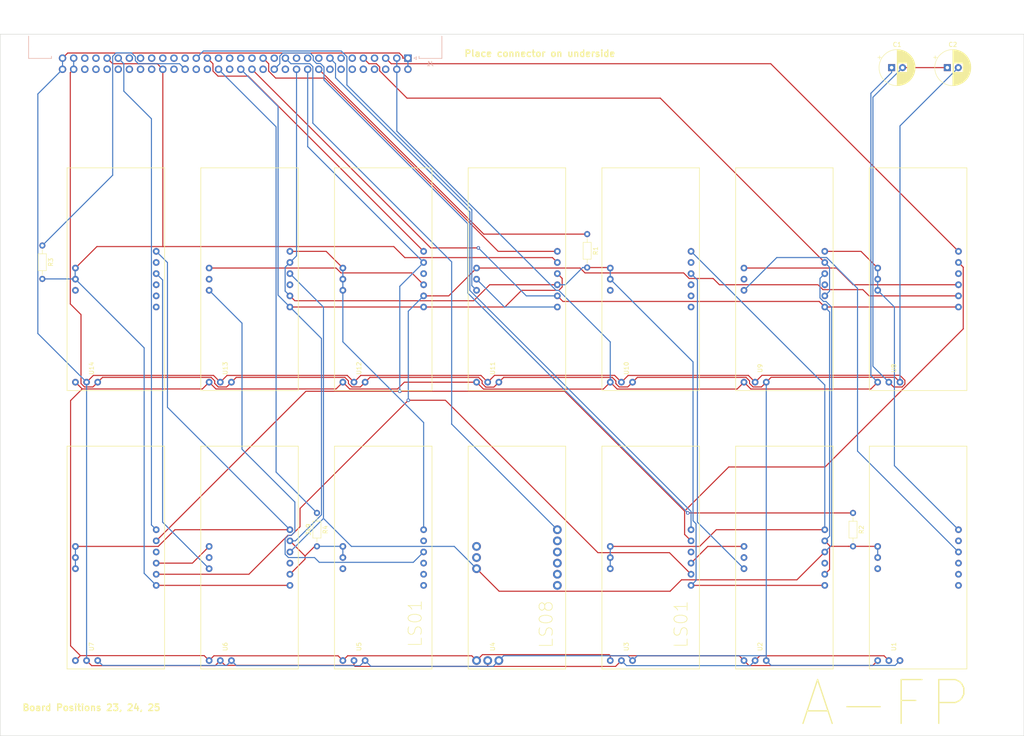
<source format=kicad_pcb>
(kicad_pcb (version 20171130) (host pcbnew "(5.0.0)")

  (general
    (thickness 1.6)
    (drawings 7)
    (tracks 458)
    (zones 0)
    (modules 21)
    (nets 36)
  )

  (page A3)
  (layers
    (0 F.Cu signal)
    (31 B.Cu signal)
    (32 B.Adhes user)
    (33 F.Adhes user)
    (34 B.Paste user)
    (35 F.Paste user)
    (36 B.SilkS user)
    (37 F.SilkS user)
    (38 B.Mask user)
    (39 F.Mask user)
    (40 Dwgs.User user)
    (41 Cmts.User user)
    (42 Eco1.User user)
    (43 Eco2.User user)
    (44 Edge.Cuts user)
    (45 Margin user)
    (46 B.CrtYd user)
    (47 F.CrtYd user)
    (48 B.Fab user)
    (49 F.Fab user)
  )

  (setup
    (last_trace_width 0.25)
    (trace_clearance 0.2)
    (zone_clearance 0.508)
    (zone_45_only no)
    (trace_min 0.2)
    (segment_width 0.2)
    (edge_width 0.1)
    (via_size 0.8)
    (via_drill 0.4)
    (via_min_size 0.4)
    (via_min_drill 0.3)
    (uvia_size 0.3)
    (uvia_drill 0.1)
    (uvias_allowed no)
    (uvia_min_size 0.2)
    (uvia_min_drill 0.1)
    (pcb_text_width 0.3)
    (pcb_text_size 1.5 1.5)
    (mod_edge_width 0.15)
    (mod_text_size 1 1)
    (mod_text_width 0.15)
    (pad_size 1.5 1.5)
    (pad_drill 0.6)
    (pad_to_mask_clearance 0)
    (aux_axis_origin 0 0)
    (visible_elements 7FFFFFFF)
    (pcbplotparams
      (layerselection 0x010fc_ffffffff)
      (usegerberextensions false)
      (usegerberattributes false)
      (usegerberadvancedattributes false)
      (creategerberjobfile false)
      (excludeedgelayer true)
      (linewidth 0.100000)
      (plotframeref false)
      (viasonmask false)
      (mode 1)
      (useauxorigin false)
      (hpglpennumber 1)
      (hpglpenspeed 20)
      (hpglpendiameter 15.000000)
      (psnegative false)
      (psa4output false)
      (plotreference true)
      (plotvalue true)
      (plotinvisibletext false)
      (padsonsilk false)
      (subtractmaskfromsilk false)
      (outputformat 1)
      (mirror false)
      (drillshape 0)
      (scaleselection 1)
      (outputdirectory "Gerber/"))
  )

  (net 0 "")
  (net 1 6v)
  (net 2 GND)
  (net 3 Neg6v)
  (net 4 J1-)
  (net 5 J2-)
  (net 6 JTPC)
  (net 7 PC2-)
  (net 8 PC1-)
  (net 9 PC3-)
  (net 10 J3-)
  (net 11 PC4-)
  (net 12 J4-)
  (net 13 "Net-(U1-Pad6)")
  (net 14 "Net-(U10-Pad6)")
  (net 15 WFM-)
  (net 16 "Net-(U12-Pad11)")
  (net 17 "Net-(U14-Pad6)")
  (net 18 1TPC-)
  (net 19 {PC2})
  (net 20 {PC1})
  (net 21 WFR)
  (net 22 {PC3})
  (net 23 PC1-4)
  (net 24 {PC4})
  (net 25 "Net-(U1-Pad4)")
  (net 26 "Net-(U2-Pad13)")
  (net 27 "Net-(U10-Pad4)")
  (net 28 "Net-(U13-Pad11)")
  (net 29 "Net-(U6-Pad13)")
  (net 30 "Net-(U14-Pad4)")
  (net 31 "Net-(U8-Pad3)")
  (net 32 "Net-(U11-Pad1)")
  (net 33 "Net-(U12-Pad3)")
  (net 34 PulseGenMargin)
  (net 35 2.4vRef)

  (net_class Default "This is the default net class."
    (clearance 0.2)
    (trace_width 0.25)
    (via_dia 0.8)
    (via_drill 0.4)
    (uvia_dia 0.3)
    (uvia_drill 0.1)
    (add_net 1TPC-)
    (add_net 2.4vRef)
    (add_net 6v)
    (add_net GND)
    (add_net J1-)
    (add_net J2-)
    (add_net J3-)
    (add_net J4-)
    (add_net JTPC)
    (add_net Neg6v)
    (add_net "Net-(U1-Pad4)")
    (add_net "Net-(U1-Pad6)")
    (add_net "Net-(U10-Pad4)")
    (add_net "Net-(U10-Pad6)")
    (add_net "Net-(U11-Pad1)")
    (add_net "Net-(U12-Pad11)")
    (add_net "Net-(U12-Pad3)")
    (add_net "Net-(U13-Pad11)")
    (add_net "Net-(U14-Pad4)")
    (add_net "Net-(U14-Pad6)")
    (add_net "Net-(U2-Pad13)")
    (add_net "Net-(U6-Pad13)")
    (add_net "Net-(U8-Pad3)")
    (add_net PC1-)
    (add_net PC1-4)
    (add_net PC2-)
    (add_net PC3-)
    (add_net PC4-)
    (add_net PulseGenMargin)
    (add_net WFM-)
    (add_net WFR)
    (add_net {PC1})
    (add_net {PC2})
    (add_net {PC3})
    (add_net {PC4})
  )

  (module Capacitor_THT:CP_Radial_D8.0mm_P2.50mm (layer F.Cu) (tedit 5AE50EF0) (tstamp 5C3FB0AD)
    (at 228.6 33.02)
    (descr "CP, Radial series, Radial, pin pitch=2.50mm, , diameter=8mm, Electrolytic Capacitor")
    (tags "CP Radial series Radial pin pitch 2.50mm  diameter 8mm Electrolytic Capacitor")
    (path /5C649A15)
    (fp_text reference C1 (at 1.25 -5.25) (layer F.SilkS)
      (effects (font (size 1 1) (thickness 0.15)))
    )
    (fp_text value 6u8 (at 1.25 5.25) (layer F.Fab)
      (effects (font (size 1 1) (thickness 0.15)))
    )
    (fp_circle (center 1.25 0) (end 5.25 0) (layer F.Fab) (width 0.1))
    (fp_circle (center 1.25 0) (end 5.37 0) (layer F.SilkS) (width 0.12))
    (fp_circle (center 1.25 0) (end 5.5 0) (layer F.CrtYd) (width 0.05))
    (fp_line (start -2.176759 -1.7475) (end -1.376759 -1.7475) (layer F.Fab) (width 0.1))
    (fp_line (start -1.776759 -2.1475) (end -1.776759 -1.3475) (layer F.Fab) (width 0.1))
    (fp_line (start 1.25 -4.08) (end 1.25 4.08) (layer F.SilkS) (width 0.12))
    (fp_line (start 1.29 -4.08) (end 1.29 4.08) (layer F.SilkS) (width 0.12))
    (fp_line (start 1.33 -4.08) (end 1.33 4.08) (layer F.SilkS) (width 0.12))
    (fp_line (start 1.37 -4.079) (end 1.37 4.079) (layer F.SilkS) (width 0.12))
    (fp_line (start 1.41 -4.077) (end 1.41 4.077) (layer F.SilkS) (width 0.12))
    (fp_line (start 1.45 -4.076) (end 1.45 4.076) (layer F.SilkS) (width 0.12))
    (fp_line (start 1.49 -4.074) (end 1.49 -1.04) (layer F.SilkS) (width 0.12))
    (fp_line (start 1.49 1.04) (end 1.49 4.074) (layer F.SilkS) (width 0.12))
    (fp_line (start 1.53 -4.071) (end 1.53 -1.04) (layer F.SilkS) (width 0.12))
    (fp_line (start 1.53 1.04) (end 1.53 4.071) (layer F.SilkS) (width 0.12))
    (fp_line (start 1.57 -4.068) (end 1.57 -1.04) (layer F.SilkS) (width 0.12))
    (fp_line (start 1.57 1.04) (end 1.57 4.068) (layer F.SilkS) (width 0.12))
    (fp_line (start 1.61 -4.065) (end 1.61 -1.04) (layer F.SilkS) (width 0.12))
    (fp_line (start 1.61 1.04) (end 1.61 4.065) (layer F.SilkS) (width 0.12))
    (fp_line (start 1.65 -4.061) (end 1.65 -1.04) (layer F.SilkS) (width 0.12))
    (fp_line (start 1.65 1.04) (end 1.65 4.061) (layer F.SilkS) (width 0.12))
    (fp_line (start 1.69 -4.057) (end 1.69 -1.04) (layer F.SilkS) (width 0.12))
    (fp_line (start 1.69 1.04) (end 1.69 4.057) (layer F.SilkS) (width 0.12))
    (fp_line (start 1.73 -4.052) (end 1.73 -1.04) (layer F.SilkS) (width 0.12))
    (fp_line (start 1.73 1.04) (end 1.73 4.052) (layer F.SilkS) (width 0.12))
    (fp_line (start 1.77 -4.048) (end 1.77 -1.04) (layer F.SilkS) (width 0.12))
    (fp_line (start 1.77 1.04) (end 1.77 4.048) (layer F.SilkS) (width 0.12))
    (fp_line (start 1.81 -4.042) (end 1.81 -1.04) (layer F.SilkS) (width 0.12))
    (fp_line (start 1.81 1.04) (end 1.81 4.042) (layer F.SilkS) (width 0.12))
    (fp_line (start 1.85 -4.037) (end 1.85 -1.04) (layer F.SilkS) (width 0.12))
    (fp_line (start 1.85 1.04) (end 1.85 4.037) (layer F.SilkS) (width 0.12))
    (fp_line (start 1.89 -4.03) (end 1.89 -1.04) (layer F.SilkS) (width 0.12))
    (fp_line (start 1.89 1.04) (end 1.89 4.03) (layer F.SilkS) (width 0.12))
    (fp_line (start 1.93 -4.024) (end 1.93 -1.04) (layer F.SilkS) (width 0.12))
    (fp_line (start 1.93 1.04) (end 1.93 4.024) (layer F.SilkS) (width 0.12))
    (fp_line (start 1.971 -4.017) (end 1.971 -1.04) (layer F.SilkS) (width 0.12))
    (fp_line (start 1.971 1.04) (end 1.971 4.017) (layer F.SilkS) (width 0.12))
    (fp_line (start 2.011 -4.01) (end 2.011 -1.04) (layer F.SilkS) (width 0.12))
    (fp_line (start 2.011 1.04) (end 2.011 4.01) (layer F.SilkS) (width 0.12))
    (fp_line (start 2.051 -4.002) (end 2.051 -1.04) (layer F.SilkS) (width 0.12))
    (fp_line (start 2.051 1.04) (end 2.051 4.002) (layer F.SilkS) (width 0.12))
    (fp_line (start 2.091 -3.994) (end 2.091 -1.04) (layer F.SilkS) (width 0.12))
    (fp_line (start 2.091 1.04) (end 2.091 3.994) (layer F.SilkS) (width 0.12))
    (fp_line (start 2.131 -3.985) (end 2.131 -1.04) (layer F.SilkS) (width 0.12))
    (fp_line (start 2.131 1.04) (end 2.131 3.985) (layer F.SilkS) (width 0.12))
    (fp_line (start 2.171 -3.976) (end 2.171 -1.04) (layer F.SilkS) (width 0.12))
    (fp_line (start 2.171 1.04) (end 2.171 3.976) (layer F.SilkS) (width 0.12))
    (fp_line (start 2.211 -3.967) (end 2.211 -1.04) (layer F.SilkS) (width 0.12))
    (fp_line (start 2.211 1.04) (end 2.211 3.967) (layer F.SilkS) (width 0.12))
    (fp_line (start 2.251 -3.957) (end 2.251 -1.04) (layer F.SilkS) (width 0.12))
    (fp_line (start 2.251 1.04) (end 2.251 3.957) (layer F.SilkS) (width 0.12))
    (fp_line (start 2.291 -3.947) (end 2.291 -1.04) (layer F.SilkS) (width 0.12))
    (fp_line (start 2.291 1.04) (end 2.291 3.947) (layer F.SilkS) (width 0.12))
    (fp_line (start 2.331 -3.936) (end 2.331 -1.04) (layer F.SilkS) (width 0.12))
    (fp_line (start 2.331 1.04) (end 2.331 3.936) (layer F.SilkS) (width 0.12))
    (fp_line (start 2.371 -3.925) (end 2.371 -1.04) (layer F.SilkS) (width 0.12))
    (fp_line (start 2.371 1.04) (end 2.371 3.925) (layer F.SilkS) (width 0.12))
    (fp_line (start 2.411 -3.914) (end 2.411 -1.04) (layer F.SilkS) (width 0.12))
    (fp_line (start 2.411 1.04) (end 2.411 3.914) (layer F.SilkS) (width 0.12))
    (fp_line (start 2.451 -3.902) (end 2.451 -1.04) (layer F.SilkS) (width 0.12))
    (fp_line (start 2.451 1.04) (end 2.451 3.902) (layer F.SilkS) (width 0.12))
    (fp_line (start 2.491 -3.889) (end 2.491 -1.04) (layer F.SilkS) (width 0.12))
    (fp_line (start 2.491 1.04) (end 2.491 3.889) (layer F.SilkS) (width 0.12))
    (fp_line (start 2.531 -3.877) (end 2.531 -1.04) (layer F.SilkS) (width 0.12))
    (fp_line (start 2.531 1.04) (end 2.531 3.877) (layer F.SilkS) (width 0.12))
    (fp_line (start 2.571 -3.863) (end 2.571 -1.04) (layer F.SilkS) (width 0.12))
    (fp_line (start 2.571 1.04) (end 2.571 3.863) (layer F.SilkS) (width 0.12))
    (fp_line (start 2.611 -3.85) (end 2.611 -1.04) (layer F.SilkS) (width 0.12))
    (fp_line (start 2.611 1.04) (end 2.611 3.85) (layer F.SilkS) (width 0.12))
    (fp_line (start 2.651 -3.835) (end 2.651 -1.04) (layer F.SilkS) (width 0.12))
    (fp_line (start 2.651 1.04) (end 2.651 3.835) (layer F.SilkS) (width 0.12))
    (fp_line (start 2.691 -3.821) (end 2.691 -1.04) (layer F.SilkS) (width 0.12))
    (fp_line (start 2.691 1.04) (end 2.691 3.821) (layer F.SilkS) (width 0.12))
    (fp_line (start 2.731 -3.805) (end 2.731 -1.04) (layer F.SilkS) (width 0.12))
    (fp_line (start 2.731 1.04) (end 2.731 3.805) (layer F.SilkS) (width 0.12))
    (fp_line (start 2.771 -3.79) (end 2.771 -1.04) (layer F.SilkS) (width 0.12))
    (fp_line (start 2.771 1.04) (end 2.771 3.79) (layer F.SilkS) (width 0.12))
    (fp_line (start 2.811 -3.774) (end 2.811 -1.04) (layer F.SilkS) (width 0.12))
    (fp_line (start 2.811 1.04) (end 2.811 3.774) (layer F.SilkS) (width 0.12))
    (fp_line (start 2.851 -3.757) (end 2.851 -1.04) (layer F.SilkS) (width 0.12))
    (fp_line (start 2.851 1.04) (end 2.851 3.757) (layer F.SilkS) (width 0.12))
    (fp_line (start 2.891 -3.74) (end 2.891 -1.04) (layer F.SilkS) (width 0.12))
    (fp_line (start 2.891 1.04) (end 2.891 3.74) (layer F.SilkS) (width 0.12))
    (fp_line (start 2.931 -3.722) (end 2.931 -1.04) (layer F.SilkS) (width 0.12))
    (fp_line (start 2.931 1.04) (end 2.931 3.722) (layer F.SilkS) (width 0.12))
    (fp_line (start 2.971 -3.704) (end 2.971 -1.04) (layer F.SilkS) (width 0.12))
    (fp_line (start 2.971 1.04) (end 2.971 3.704) (layer F.SilkS) (width 0.12))
    (fp_line (start 3.011 -3.686) (end 3.011 -1.04) (layer F.SilkS) (width 0.12))
    (fp_line (start 3.011 1.04) (end 3.011 3.686) (layer F.SilkS) (width 0.12))
    (fp_line (start 3.051 -3.666) (end 3.051 -1.04) (layer F.SilkS) (width 0.12))
    (fp_line (start 3.051 1.04) (end 3.051 3.666) (layer F.SilkS) (width 0.12))
    (fp_line (start 3.091 -3.647) (end 3.091 -1.04) (layer F.SilkS) (width 0.12))
    (fp_line (start 3.091 1.04) (end 3.091 3.647) (layer F.SilkS) (width 0.12))
    (fp_line (start 3.131 -3.627) (end 3.131 -1.04) (layer F.SilkS) (width 0.12))
    (fp_line (start 3.131 1.04) (end 3.131 3.627) (layer F.SilkS) (width 0.12))
    (fp_line (start 3.171 -3.606) (end 3.171 -1.04) (layer F.SilkS) (width 0.12))
    (fp_line (start 3.171 1.04) (end 3.171 3.606) (layer F.SilkS) (width 0.12))
    (fp_line (start 3.211 -3.584) (end 3.211 -1.04) (layer F.SilkS) (width 0.12))
    (fp_line (start 3.211 1.04) (end 3.211 3.584) (layer F.SilkS) (width 0.12))
    (fp_line (start 3.251 -3.562) (end 3.251 -1.04) (layer F.SilkS) (width 0.12))
    (fp_line (start 3.251 1.04) (end 3.251 3.562) (layer F.SilkS) (width 0.12))
    (fp_line (start 3.291 -3.54) (end 3.291 -1.04) (layer F.SilkS) (width 0.12))
    (fp_line (start 3.291 1.04) (end 3.291 3.54) (layer F.SilkS) (width 0.12))
    (fp_line (start 3.331 -3.517) (end 3.331 -1.04) (layer F.SilkS) (width 0.12))
    (fp_line (start 3.331 1.04) (end 3.331 3.517) (layer F.SilkS) (width 0.12))
    (fp_line (start 3.371 -3.493) (end 3.371 -1.04) (layer F.SilkS) (width 0.12))
    (fp_line (start 3.371 1.04) (end 3.371 3.493) (layer F.SilkS) (width 0.12))
    (fp_line (start 3.411 -3.469) (end 3.411 -1.04) (layer F.SilkS) (width 0.12))
    (fp_line (start 3.411 1.04) (end 3.411 3.469) (layer F.SilkS) (width 0.12))
    (fp_line (start 3.451 -3.444) (end 3.451 -1.04) (layer F.SilkS) (width 0.12))
    (fp_line (start 3.451 1.04) (end 3.451 3.444) (layer F.SilkS) (width 0.12))
    (fp_line (start 3.491 -3.418) (end 3.491 -1.04) (layer F.SilkS) (width 0.12))
    (fp_line (start 3.491 1.04) (end 3.491 3.418) (layer F.SilkS) (width 0.12))
    (fp_line (start 3.531 -3.392) (end 3.531 -1.04) (layer F.SilkS) (width 0.12))
    (fp_line (start 3.531 1.04) (end 3.531 3.392) (layer F.SilkS) (width 0.12))
    (fp_line (start 3.571 -3.365) (end 3.571 3.365) (layer F.SilkS) (width 0.12))
    (fp_line (start 3.611 -3.338) (end 3.611 3.338) (layer F.SilkS) (width 0.12))
    (fp_line (start 3.651 -3.309) (end 3.651 3.309) (layer F.SilkS) (width 0.12))
    (fp_line (start 3.691 -3.28) (end 3.691 3.28) (layer F.SilkS) (width 0.12))
    (fp_line (start 3.731 -3.25) (end 3.731 3.25) (layer F.SilkS) (width 0.12))
    (fp_line (start 3.771 -3.22) (end 3.771 3.22) (layer F.SilkS) (width 0.12))
    (fp_line (start 3.811 -3.189) (end 3.811 3.189) (layer F.SilkS) (width 0.12))
    (fp_line (start 3.851 -3.156) (end 3.851 3.156) (layer F.SilkS) (width 0.12))
    (fp_line (start 3.891 -3.124) (end 3.891 3.124) (layer F.SilkS) (width 0.12))
    (fp_line (start 3.931 -3.09) (end 3.931 3.09) (layer F.SilkS) (width 0.12))
    (fp_line (start 3.971 -3.055) (end 3.971 3.055) (layer F.SilkS) (width 0.12))
    (fp_line (start 4.011 -3.019) (end 4.011 3.019) (layer F.SilkS) (width 0.12))
    (fp_line (start 4.051 -2.983) (end 4.051 2.983) (layer F.SilkS) (width 0.12))
    (fp_line (start 4.091 -2.945) (end 4.091 2.945) (layer F.SilkS) (width 0.12))
    (fp_line (start 4.131 -2.907) (end 4.131 2.907) (layer F.SilkS) (width 0.12))
    (fp_line (start 4.171 -2.867) (end 4.171 2.867) (layer F.SilkS) (width 0.12))
    (fp_line (start 4.211 -2.826) (end 4.211 2.826) (layer F.SilkS) (width 0.12))
    (fp_line (start 4.251 -2.784) (end 4.251 2.784) (layer F.SilkS) (width 0.12))
    (fp_line (start 4.291 -2.741) (end 4.291 2.741) (layer F.SilkS) (width 0.12))
    (fp_line (start 4.331 -2.697) (end 4.331 2.697) (layer F.SilkS) (width 0.12))
    (fp_line (start 4.371 -2.651) (end 4.371 2.651) (layer F.SilkS) (width 0.12))
    (fp_line (start 4.411 -2.604) (end 4.411 2.604) (layer F.SilkS) (width 0.12))
    (fp_line (start 4.451 -2.556) (end 4.451 2.556) (layer F.SilkS) (width 0.12))
    (fp_line (start 4.491 -2.505) (end 4.491 2.505) (layer F.SilkS) (width 0.12))
    (fp_line (start 4.531 -2.454) (end 4.531 2.454) (layer F.SilkS) (width 0.12))
    (fp_line (start 4.571 -2.4) (end 4.571 2.4) (layer F.SilkS) (width 0.12))
    (fp_line (start 4.611 -2.345) (end 4.611 2.345) (layer F.SilkS) (width 0.12))
    (fp_line (start 4.651 -2.287) (end 4.651 2.287) (layer F.SilkS) (width 0.12))
    (fp_line (start 4.691 -2.228) (end 4.691 2.228) (layer F.SilkS) (width 0.12))
    (fp_line (start 4.731 -2.166) (end 4.731 2.166) (layer F.SilkS) (width 0.12))
    (fp_line (start 4.771 -2.102) (end 4.771 2.102) (layer F.SilkS) (width 0.12))
    (fp_line (start 4.811 -2.034) (end 4.811 2.034) (layer F.SilkS) (width 0.12))
    (fp_line (start 4.851 -1.964) (end 4.851 1.964) (layer F.SilkS) (width 0.12))
    (fp_line (start 4.891 -1.89) (end 4.891 1.89) (layer F.SilkS) (width 0.12))
    (fp_line (start 4.931 -1.813) (end 4.931 1.813) (layer F.SilkS) (width 0.12))
    (fp_line (start 4.971 -1.731) (end 4.971 1.731) (layer F.SilkS) (width 0.12))
    (fp_line (start 5.011 -1.645) (end 5.011 1.645) (layer F.SilkS) (width 0.12))
    (fp_line (start 5.051 -1.552) (end 5.051 1.552) (layer F.SilkS) (width 0.12))
    (fp_line (start 5.091 -1.453) (end 5.091 1.453) (layer F.SilkS) (width 0.12))
    (fp_line (start 5.131 -1.346) (end 5.131 1.346) (layer F.SilkS) (width 0.12))
    (fp_line (start 5.171 -1.229) (end 5.171 1.229) (layer F.SilkS) (width 0.12))
    (fp_line (start 5.211 -1.098) (end 5.211 1.098) (layer F.SilkS) (width 0.12))
    (fp_line (start 5.251 -0.948) (end 5.251 0.948) (layer F.SilkS) (width 0.12))
    (fp_line (start 5.291 -0.768) (end 5.291 0.768) (layer F.SilkS) (width 0.12))
    (fp_line (start 5.331 -0.533) (end 5.331 0.533) (layer F.SilkS) (width 0.12))
    (fp_line (start -3.159698 -2.315) (end -2.359698 -2.315) (layer F.SilkS) (width 0.12))
    (fp_line (start -2.759698 -2.715) (end -2.759698 -1.915) (layer F.SilkS) (width 0.12))
    (fp_text user %R (at 1.25 0) (layer F.Fab)
      (effects (font (size 1 1) (thickness 0.15)))
    )
    (pad 1 thru_hole rect (at 0 0) (size 1.6 1.6) (drill 0.8) (layers *.Cu *.Mask)
      (net 1 6v))
    (pad 2 thru_hole circle (at 2.5 0) (size 1.6 1.6) (drill 0.8) (layers *.Cu *.Mask)
      (net 2 GND))
    (model ${KISYS3DMOD}/Capacitor_THT.3dshapes/CP_Radial_D8.0mm_P2.50mm.wrl
      (at (xyz 0 0 0))
      (scale (xyz 1 1 1))
      (rotate (xyz 0 0 0))
    )
  )

  (module Capacitor_THT:CP_Radial_D8.0mm_P2.50mm (layer F.Cu) (tedit 5AE50EF0) (tstamp 5C3FB156)
    (at 241.3 33.02)
    (descr "CP, Radial series, Radial, pin pitch=2.50mm, , diameter=8mm, Electrolytic Capacitor")
    (tags "CP Radial series Radial pin pitch 2.50mm  diameter 8mm Electrolytic Capacitor")
    (path /5C675B1B)
    (fp_text reference C2 (at 1.25 -5.25) (layer F.SilkS)
      (effects (font (size 1 1) (thickness 0.15)))
    )
    (fp_text value 6u8 (at 1.25 5.25) (layer F.Fab)
      (effects (font (size 1 1) (thickness 0.15)))
    )
    (fp_text user %R (at 1.25 0) (layer F.Fab)
      (effects (font (size 1 1) (thickness 0.15)))
    )
    (fp_line (start -2.759698 -2.715) (end -2.759698 -1.915) (layer F.SilkS) (width 0.12))
    (fp_line (start -3.159698 -2.315) (end -2.359698 -2.315) (layer F.SilkS) (width 0.12))
    (fp_line (start 5.331 -0.533) (end 5.331 0.533) (layer F.SilkS) (width 0.12))
    (fp_line (start 5.291 -0.768) (end 5.291 0.768) (layer F.SilkS) (width 0.12))
    (fp_line (start 5.251 -0.948) (end 5.251 0.948) (layer F.SilkS) (width 0.12))
    (fp_line (start 5.211 -1.098) (end 5.211 1.098) (layer F.SilkS) (width 0.12))
    (fp_line (start 5.171 -1.229) (end 5.171 1.229) (layer F.SilkS) (width 0.12))
    (fp_line (start 5.131 -1.346) (end 5.131 1.346) (layer F.SilkS) (width 0.12))
    (fp_line (start 5.091 -1.453) (end 5.091 1.453) (layer F.SilkS) (width 0.12))
    (fp_line (start 5.051 -1.552) (end 5.051 1.552) (layer F.SilkS) (width 0.12))
    (fp_line (start 5.011 -1.645) (end 5.011 1.645) (layer F.SilkS) (width 0.12))
    (fp_line (start 4.971 -1.731) (end 4.971 1.731) (layer F.SilkS) (width 0.12))
    (fp_line (start 4.931 -1.813) (end 4.931 1.813) (layer F.SilkS) (width 0.12))
    (fp_line (start 4.891 -1.89) (end 4.891 1.89) (layer F.SilkS) (width 0.12))
    (fp_line (start 4.851 -1.964) (end 4.851 1.964) (layer F.SilkS) (width 0.12))
    (fp_line (start 4.811 -2.034) (end 4.811 2.034) (layer F.SilkS) (width 0.12))
    (fp_line (start 4.771 -2.102) (end 4.771 2.102) (layer F.SilkS) (width 0.12))
    (fp_line (start 4.731 -2.166) (end 4.731 2.166) (layer F.SilkS) (width 0.12))
    (fp_line (start 4.691 -2.228) (end 4.691 2.228) (layer F.SilkS) (width 0.12))
    (fp_line (start 4.651 -2.287) (end 4.651 2.287) (layer F.SilkS) (width 0.12))
    (fp_line (start 4.611 -2.345) (end 4.611 2.345) (layer F.SilkS) (width 0.12))
    (fp_line (start 4.571 -2.4) (end 4.571 2.4) (layer F.SilkS) (width 0.12))
    (fp_line (start 4.531 -2.454) (end 4.531 2.454) (layer F.SilkS) (width 0.12))
    (fp_line (start 4.491 -2.505) (end 4.491 2.505) (layer F.SilkS) (width 0.12))
    (fp_line (start 4.451 -2.556) (end 4.451 2.556) (layer F.SilkS) (width 0.12))
    (fp_line (start 4.411 -2.604) (end 4.411 2.604) (layer F.SilkS) (width 0.12))
    (fp_line (start 4.371 -2.651) (end 4.371 2.651) (layer F.SilkS) (width 0.12))
    (fp_line (start 4.331 -2.697) (end 4.331 2.697) (layer F.SilkS) (width 0.12))
    (fp_line (start 4.291 -2.741) (end 4.291 2.741) (layer F.SilkS) (width 0.12))
    (fp_line (start 4.251 -2.784) (end 4.251 2.784) (layer F.SilkS) (width 0.12))
    (fp_line (start 4.211 -2.826) (end 4.211 2.826) (layer F.SilkS) (width 0.12))
    (fp_line (start 4.171 -2.867) (end 4.171 2.867) (layer F.SilkS) (width 0.12))
    (fp_line (start 4.131 -2.907) (end 4.131 2.907) (layer F.SilkS) (width 0.12))
    (fp_line (start 4.091 -2.945) (end 4.091 2.945) (layer F.SilkS) (width 0.12))
    (fp_line (start 4.051 -2.983) (end 4.051 2.983) (layer F.SilkS) (width 0.12))
    (fp_line (start 4.011 -3.019) (end 4.011 3.019) (layer F.SilkS) (width 0.12))
    (fp_line (start 3.971 -3.055) (end 3.971 3.055) (layer F.SilkS) (width 0.12))
    (fp_line (start 3.931 -3.09) (end 3.931 3.09) (layer F.SilkS) (width 0.12))
    (fp_line (start 3.891 -3.124) (end 3.891 3.124) (layer F.SilkS) (width 0.12))
    (fp_line (start 3.851 -3.156) (end 3.851 3.156) (layer F.SilkS) (width 0.12))
    (fp_line (start 3.811 -3.189) (end 3.811 3.189) (layer F.SilkS) (width 0.12))
    (fp_line (start 3.771 -3.22) (end 3.771 3.22) (layer F.SilkS) (width 0.12))
    (fp_line (start 3.731 -3.25) (end 3.731 3.25) (layer F.SilkS) (width 0.12))
    (fp_line (start 3.691 -3.28) (end 3.691 3.28) (layer F.SilkS) (width 0.12))
    (fp_line (start 3.651 -3.309) (end 3.651 3.309) (layer F.SilkS) (width 0.12))
    (fp_line (start 3.611 -3.338) (end 3.611 3.338) (layer F.SilkS) (width 0.12))
    (fp_line (start 3.571 -3.365) (end 3.571 3.365) (layer F.SilkS) (width 0.12))
    (fp_line (start 3.531 1.04) (end 3.531 3.392) (layer F.SilkS) (width 0.12))
    (fp_line (start 3.531 -3.392) (end 3.531 -1.04) (layer F.SilkS) (width 0.12))
    (fp_line (start 3.491 1.04) (end 3.491 3.418) (layer F.SilkS) (width 0.12))
    (fp_line (start 3.491 -3.418) (end 3.491 -1.04) (layer F.SilkS) (width 0.12))
    (fp_line (start 3.451 1.04) (end 3.451 3.444) (layer F.SilkS) (width 0.12))
    (fp_line (start 3.451 -3.444) (end 3.451 -1.04) (layer F.SilkS) (width 0.12))
    (fp_line (start 3.411 1.04) (end 3.411 3.469) (layer F.SilkS) (width 0.12))
    (fp_line (start 3.411 -3.469) (end 3.411 -1.04) (layer F.SilkS) (width 0.12))
    (fp_line (start 3.371 1.04) (end 3.371 3.493) (layer F.SilkS) (width 0.12))
    (fp_line (start 3.371 -3.493) (end 3.371 -1.04) (layer F.SilkS) (width 0.12))
    (fp_line (start 3.331 1.04) (end 3.331 3.517) (layer F.SilkS) (width 0.12))
    (fp_line (start 3.331 -3.517) (end 3.331 -1.04) (layer F.SilkS) (width 0.12))
    (fp_line (start 3.291 1.04) (end 3.291 3.54) (layer F.SilkS) (width 0.12))
    (fp_line (start 3.291 -3.54) (end 3.291 -1.04) (layer F.SilkS) (width 0.12))
    (fp_line (start 3.251 1.04) (end 3.251 3.562) (layer F.SilkS) (width 0.12))
    (fp_line (start 3.251 -3.562) (end 3.251 -1.04) (layer F.SilkS) (width 0.12))
    (fp_line (start 3.211 1.04) (end 3.211 3.584) (layer F.SilkS) (width 0.12))
    (fp_line (start 3.211 -3.584) (end 3.211 -1.04) (layer F.SilkS) (width 0.12))
    (fp_line (start 3.171 1.04) (end 3.171 3.606) (layer F.SilkS) (width 0.12))
    (fp_line (start 3.171 -3.606) (end 3.171 -1.04) (layer F.SilkS) (width 0.12))
    (fp_line (start 3.131 1.04) (end 3.131 3.627) (layer F.SilkS) (width 0.12))
    (fp_line (start 3.131 -3.627) (end 3.131 -1.04) (layer F.SilkS) (width 0.12))
    (fp_line (start 3.091 1.04) (end 3.091 3.647) (layer F.SilkS) (width 0.12))
    (fp_line (start 3.091 -3.647) (end 3.091 -1.04) (layer F.SilkS) (width 0.12))
    (fp_line (start 3.051 1.04) (end 3.051 3.666) (layer F.SilkS) (width 0.12))
    (fp_line (start 3.051 -3.666) (end 3.051 -1.04) (layer F.SilkS) (width 0.12))
    (fp_line (start 3.011 1.04) (end 3.011 3.686) (layer F.SilkS) (width 0.12))
    (fp_line (start 3.011 -3.686) (end 3.011 -1.04) (layer F.SilkS) (width 0.12))
    (fp_line (start 2.971 1.04) (end 2.971 3.704) (layer F.SilkS) (width 0.12))
    (fp_line (start 2.971 -3.704) (end 2.971 -1.04) (layer F.SilkS) (width 0.12))
    (fp_line (start 2.931 1.04) (end 2.931 3.722) (layer F.SilkS) (width 0.12))
    (fp_line (start 2.931 -3.722) (end 2.931 -1.04) (layer F.SilkS) (width 0.12))
    (fp_line (start 2.891 1.04) (end 2.891 3.74) (layer F.SilkS) (width 0.12))
    (fp_line (start 2.891 -3.74) (end 2.891 -1.04) (layer F.SilkS) (width 0.12))
    (fp_line (start 2.851 1.04) (end 2.851 3.757) (layer F.SilkS) (width 0.12))
    (fp_line (start 2.851 -3.757) (end 2.851 -1.04) (layer F.SilkS) (width 0.12))
    (fp_line (start 2.811 1.04) (end 2.811 3.774) (layer F.SilkS) (width 0.12))
    (fp_line (start 2.811 -3.774) (end 2.811 -1.04) (layer F.SilkS) (width 0.12))
    (fp_line (start 2.771 1.04) (end 2.771 3.79) (layer F.SilkS) (width 0.12))
    (fp_line (start 2.771 -3.79) (end 2.771 -1.04) (layer F.SilkS) (width 0.12))
    (fp_line (start 2.731 1.04) (end 2.731 3.805) (layer F.SilkS) (width 0.12))
    (fp_line (start 2.731 -3.805) (end 2.731 -1.04) (layer F.SilkS) (width 0.12))
    (fp_line (start 2.691 1.04) (end 2.691 3.821) (layer F.SilkS) (width 0.12))
    (fp_line (start 2.691 -3.821) (end 2.691 -1.04) (layer F.SilkS) (width 0.12))
    (fp_line (start 2.651 1.04) (end 2.651 3.835) (layer F.SilkS) (width 0.12))
    (fp_line (start 2.651 -3.835) (end 2.651 -1.04) (layer F.SilkS) (width 0.12))
    (fp_line (start 2.611 1.04) (end 2.611 3.85) (layer F.SilkS) (width 0.12))
    (fp_line (start 2.611 -3.85) (end 2.611 -1.04) (layer F.SilkS) (width 0.12))
    (fp_line (start 2.571 1.04) (end 2.571 3.863) (layer F.SilkS) (width 0.12))
    (fp_line (start 2.571 -3.863) (end 2.571 -1.04) (layer F.SilkS) (width 0.12))
    (fp_line (start 2.531 1.04) (end 2.531 3.877) (layer F.SilkS) (width 0.12))
    (fp_line (start 2.531 -3.877) (end 2.531 -1.04) (layer F.SilkS) (width 0.12))
    (fp_line (start 2.491 1.04) (end 2.491 3.889) (layer F.SilkS) (width 0.12))
    (fp_line (start 2.491 -3.889) (end 2.491 -1.04) (layer F.SilkS) (width 0.12))
    (fp_line (start 2.451 1.04) (end 2.451 3.902) (layer F.SilkS) (width 0.12))
    (fp_line (start 2.451 -3.902) (end 2.451 -1.04) (layer F.SilkS) (width 0.12))
    (fp_line (start 2.411 1.04) (end 2.411 3.914) (layer F.SilkS) (width 0.12))
    (fp_line (start 2.411 -3.914) (end 2.411 -1.04) (layer F.SilkS) (width 0.12))
    (fp_line (start 2.371 1.04) (end 2.371 3.925) (layer F.SilkS) (width 0.12))
    (fp_line (start 2.371 -3.925) (end 2.371 -1.04) (layer F.SilkS) (width 0.12))
    (fp_line (start 2.331 1.04) (end 2.331 3.936) (layer F.SilkS) (width 0.12))
    (fp_line (start 2.331 -3.936) (end 2.331 -1.04) (layer F.SilkS) (width 0.12))
    (fp_line (start 2.291 1.04) (end 2.291 3.947) (layer F.SilkS) (width 0.12))
    (fp_line (start 2.291 -3.947) (end 2.291 -1.04) (layer F.SilkS) (width 0.12))
    (fp_line (start 2.251 1.04) (end 2.251 3.957) (layer F.SilkS) (width 0.12))
    (fp_line (start 2.251 -3.957) (end 2.251 -1.04) (layer F.SilkS) (width 0.12))
    (fp_line (start 2.211 1.04) (end 2.211 3.967) (layer F.SilkS) (width 0.12))
    (fp_line (start 2.211 -3.967) (end 2.211 -1.04) (layer F.SilkS) (width 0.12))
    (fp_line (start 2.171 1.04) (end 2.171 3.976) (layer F.SilkS) (width 0.12))
    (fp_line (start 2.171 -3.976) (end 2.171 -1.04) (layer F.SilkS) (width 0.12))
    (fp_line (start 2.131 1.04) (end 2.131 3.985) (layer F.SilkS) (width 0.12))
    (fp_line (start 2.131 -3.985) (end 2.131 -1.04) (layer F.SilkS) (width 0.12))
    (fp_line (start 2.091 1.04) (end 2.091 3.994) (layer F.SilkS) (width 0.12))
    (fp_line (start 2.091 -3.994) (end 2.091 -1.04) (layer F.SilkS) (width 0.12))
    (fp_line (start 2.051 1.04) (end 2.051 4.002) (layer F.SilkS) (width 0.12))
    (fp_line (start 2.051 -4.002) (end 2.051 -1.04) (layer F.SilkS) (width 0.12))
    (fp_line (start 2.011 1.04) (end 2.011 4.01) (layer F.SilkS) (width 0.12))
    (fp_line (start 2.011 -4.01) (end 2.011 -1.04) (layer F.SilkS) (width 0.12))
    (fp_line (start 1.971 1.04) (end 1.971 4.017) (layer F.SilkS) (width 0.12))
    (fp_line (start 1.971 -4.017) (end 1.971 -1.04) (layer F.SilkS) (width 0.12))
    (fp_line (start 1.93 1.04) (end 1.93 4.024) (layer F.SilkS) (width 0.12))
    (fp_line (start 1.93 -4.024) (end 1.93 -1.04) (layer F.SilkS) (width 0.12))
    (fp_line (start 1.89 1.04) (end 1.89 4.03) (layer F.SilkS) (width 0.12))
    (fp_line (start 1.89 -4.03) (end 1.89 -1.04) (layer F.SilkS) (width 0.12))
    (fp_line (start 1.85 1.04) (end 1.85 4.037) (layer F.SilkS) (width 0.12))
    (fp_line (start 1.85 -4.037) (end 1.85 -1.04) (layer F.SilkS) (width 0.12))
    (fp_line (start 1.81 1.04) (end 1.81 4.042) (layer F.SilkS) (width 0.12))
    (fp_line (start 1.81 -4.042) (end 1.81 -1.04) (layer F.SilkS) (width 0.12))
    (fp_line (start 1.77 1.04) (end 1.77 4.048) (layer F.SilkS) (width 0.12))
    (fp_line (start 1.77 -4.048) (end 1.77 -1.04) (layer F.SilkS) (width 0.12))
    (fp_line (start 1.73 1.04) (end 1.73 4.052) (layer F.SilkS) (width 0.12))
    (fp_line (start 1.73 -4.052) (end 1.73 -1.04) (layer F.SilkS) (width 0.12))
    (fp_line (start 1.69 1.04) (end 1.69 4.057) (layer F.SilkS) (width 0.12))
    (fp_line (start 1.69 -4.057) (end 1.69 -1.04) (layer F.SilkS) (width 0.12))
    (fp_line (start 1.65 1.04) (end 1.65 4.061) (layer F.SilkS) (width 0.12))
    (fp_line (start 1.65 -4.061) (end 1.65 -1.04) (layer F.SilkS) (width 0.12))
    (fp_line (start 1.61 1.04) (end 1.61 4.065) (layer F.SilkS) (width 0.12))
    (fp_line (start 1.61 -4.065) (end 1.61 -1.04) (layer F.SilkS) (width 0.12))
    (fp_line (start 1.57 1.04) (end 1.57 4.068) (layer F.SilkS) (width 0.12))
    (fp_line (start 1.57 -4.068) (end 1.57 -1.04) (layer F.SilkS) (width 0.12))
    (fp_line (start 1.53 1.04) (end 1.53 4.071) (layer F.SilkS) (width 0.12))
    (fp_line (start 1.53 -4.071) (end 1.53 -1.04) (layer F.SilkS) (width 0.12))
    (fp_line (start 1.49 1.04) (end 1.49 4.074) (layer F.SilkS) (width 0.12))
    (fp_line (start 1.49 -4.074) (end 1.49 -1.04) (layer F.SilkS) (width 0.12))
    (fp_line (start 1.45 -4.076) (end 1.45 4.076) (layer F.SilkS) (width 0.12))
    (fp_line (start 1.41 -4.077) (end 1.41 4.077) (layer F.SilkS) (width 0.12))
    (fp_line (start 1.37 -4.079) (end 1.37 4.079) (layer F.SilkS) (width 0.12))
    (fp_line (start 1.33 -4.08) (end 1.33 4.08) (layer F.SilkS) (width 0.12))
    (fp_line (start 1.29 -4.08) (end 1.29 4.08) (layer F.SilkS) (width 0.12))
    (fp_line (start 1.25 -4.08) (end 1.25 4.08) (layer F.SilkS) (width 0.12))
    (fp_line (start -1.776759 -2.1475) (end -1.776759 -1.3475) (layer F.Fab) (width 0.1))
    (fp_line (start -2.176759 -1.7475) (end -1.376759 -1.7475) (layer F.Fab) (width 0.1))
    (fp_circle (center 1.25 0) (end 5.5 0) (layer F.CrtYd) (width 0.05))
    (fp_circle (center 1.25 0) (end 5.37 0) (layer F.SilkS) (width 0.12))
    (fp_circle (center 1.25 0) (end 5.25 0) (layer F.Fab) (width 0.1))
    (pad 2 thru_hole circle (at 2.5 0) (size 1.6 1.6) (drill 0.8) (layers *.Cu *.Mask)
      (net 3 Neg6v))
    (pad 1 thru_hole rect (at 0 0) (size 1.6 1.6) (drill 0.8) (layers *.Cu *.Mask)
      (net 2 GND))
    (model ${KISYS3DMOD}/Capacitor_THT.3dshapes/CP_Radial_D8.0mm_P2.50mm.wrl
      (at (xyz 0 0 0))
      (scale (xyz 1 1 1))
      (rotate (xyz 0 0 0))
    )
  )

  (module ELLIOTT:DIN41612_B_2x32_Horizontal (layer B.Cu) (tedit 5C2FA402) (tstamp 5C3FB1C4)
    (at 118.345 30.861 180)
    (descr "DIN 41612 connector, type B, horizontal, 32 pins wide, 2 rows, full configuration")
    (tags "DIN 41512 IEC 60603 B")
    (path /5B9C7FEA)
    (fp_text reference J1 (at -5.08 -1.27 180) (layer B.SilkS)
      (effects (font (size 1 1) (thickness 0.15)) (justify mirror))
    )
    (fp_text value J1 (at 39.37 -6.36 180) (layer B.Fab)
      (effects (font (size 1 1) (thickness 0.15)) (justify mirror))
    )
    (fp_line (start -2.53 0.44) (end -2.53 -0.06) (layer B.SilkS) (width 0.15))
    (fp_line (start -2.53 -0.06) (end -7.73 -0.06) (layer B.SilkS) (width 0.15))
    (fp_line (start -7.73 -0.06) (end -7.73 5.04) (layer B.SilkS) (width 0.15))
    (fp_line (start 81.27 0.44) (end 81.27 -0.06) (layer B.SilkS) (width 0.15))
    (fp_line (start 81.27 -0.06) (end 86.47 -0.06) (layer B.SilkS) (width 0.15))
    (fp_line (start 86.47 -0.06) (end 86.47 5.04) (layer B.SilkS) (width 0.15))
    (fp_line (start -1.35 0) (end -1.95 0.3) (layer B.SilkS) (width 0.12))
    (fp_line (start -1.95 0.3) (end -1.95 -0.3) (layer B.SilkS) (width 0.12))
    (fp_line (start -1.95 -0.3) (end -1.35 0) (layer B.SilkS) (width 0.12))
    (fp_line (start -2.63 0.54) (end -2.63 0.04) (layer B.Fab) (width 0.1))
    (fp_line (start -2.63 0.04) (end -7.63 0.04) (layer B.Fab) (width 0.1))
    (fp_line (start -7.63 0.04) (end -7.63 5.04) (layer B.Fab) (width 0.1))
    (fp_line (start -7.63 5.04) (end -4.38 5.04) (layer B.Fab) (width 0.1))
    (fp_line (start -4.38 5.04) (end -4.38 12.74) (layer B.Fab) (width 0.1))
    (fp_line (start -4.38 12.74) (end 83.12 12.74) (layer B.Fab) (width 0.1))
    (fp_line (start 83.12 12.74) (end 83.12 5.04) (layer B.Fab) (width 0.1))
    (fp_line (start 83.12 5.04) (end 86.37 5.04) (layer B.Fab) (width 0.1))
    (fp_line (start 86.37 5.04) (end 86.37 0.04) (layer B.Fab) (width 0.1))
    (fp_line (start 86.37 0.04) (end 81.37 0.04) (layer B.Fab) (width 0.1))
    (fp_line (start 81.37 0.04) (end 81.37 0.54) (layer B.Fab) (width 0.1))
    (fp_line (start 81.37 0.54) (end -2.63 0.54) (layer B.Fab) (width 0.1))
    (fp_line (start -1.35 -3.89) (end -1.35 -0.46) (layer B.CrtYd) (width 0.05))
    (fp_line (start -1.35 -0.46) (end -8.13 -0.46) (layer B.CrtYd) (width 0.05))
    (fp_line (start -8.13 -0.46) (end -8.13 5.54) (layer B.CrtYd) (width 0.05))
    (fp_line (start -8.13 5.54) (end -4.88 5.54) (layer B.CrtYd) (width 0.05))
    (fp_line (start -4.88 5.54) (end -4.88 13.24) (layer B.CrtYd) (width 0.05))
    (fp_line (start -4.88 13.24) (end 83.62 13.24) (layer B.CrtYd) (width 0.05))
    (fp_line (start 83.62 13.24) (end 83.62 5.54) (layer B.CrtYd) (width 0.05))
    (fp_line (start 83.62 5.54) (end 86.87 5.54) (layer B.CrtYd) (width 0.05))
    (fp_line (start 86.87 5.54) (end 86.87 -0.46) (layer B.CrtYd) (width 0.05))
    (fp_line (start 86.87 -0.46) (end 80.87 -0.46) (layer B.CrtYd) (width 0.05))
    (fp_line (start 80.87 -0.46) (end 80.09 -0.46) (layer B.CrtYd) (width 0.05))
    (fp_line (start 80.09 -0.46) (end 80.09 -3.89) (layer B.CrtYd) (width 0.05))
    (fp_line (start 80.09 -3.89) (end -1.35 -3.89) (layer B.CrtYd) (width 0.05))
    (fp_line (start -4.38 5.3) (end 83.12 5.3) (layer Dwgs.User) (width 0.08))
    (fp_line (start 39.37 6.8) (end 39.37 5.4) (layer Cmts.User) (width 0.1))
    (fp_line (start 39.17 5.9) (end 39.37 5.4) (layer Cmts.User) (width 0.1))
    (fp_line (start 39.37 5.4) (end 39.57 5.9) (layer Cmts.User) (width 0.1))
    (fp_text user %R (at 39.37 2.54 180) (layer B.Fab)
      (effects (font (size 1 1) (thickness 0.15)) (justify mirror))
    )
    (fp_text user "Board edge" (at 39.37 7.3 180) (layer Cmts.User)
      (effects (font (size 0.7 0.7) (thickness 0.1)))
    )
    (pad 1 thru_hole rect (at 0 0 180) (size 1.7 1.7) (drill 1) (layers *.Cu *.Mask)
      (net 2 GND))
    (pad A thru_hole circle (at 0 -2.54 180) (size 1.7 1.7) (drill 1) (layers *.Cu *.Mask)
      (net 2 GND))
    (pad 2 thru_hole circle (at 2.54 0 180) (size 1.7 1.7) (drill 1) (layers *.Cu *.Mask)
      (net 1 6v))
    (pad B thru_hole circle (at 2.54 -2.54 180) (size 1.7 1.7) (drill 1) (layers *.Cu *.Mask)
      (net 1 6v))
    (pad 3 thru_hole circle (at 5.08 0 180) (size 1.7 1.7) (drill 1) (layers *.Cu *.Mask)
      (net 4 J1-))
    (pad C thru_hole circle (at 5.08 -2.54 180) (size 1.7 1.7) (drill 1) (layers *.Cu *.Mask))
    (pad 4 thru_hole circle (at 7.62 0 180) (size 1.7 1.7) (drill 1) (layers *.Cu *.Mask))
    (pad D thru_hole circle (at 7.62 -2.54 180) (size 1.7 1.7) (drill 1) (layers *.Cu *.Mask))
    (pad 5 thru_hole circle (at 10.16 0 180) (size 1.7 1.7) (drill 1) (layers *.Cu *.Mask)
      (net 18 1TPC-))
    (pad E thru_hole circle (at 10.16 -2.54 180) (size 1.7 1.7) (drill 1) (layers *.Cu *.Mask))
    (pad 6 thru_hole circle (at 12.7 0 180) (size 1.7 1.7) (drill 1) (layers *.Cu *.Mask))
    (pad F thru_hole circle (at 12.7 -2.54 180) (size 1.7 1.7) (drill 1) (layers *.Cu *.Mask))
    (pad 7 thru_hole circle (at 15.24 0 180) (size 1.7 1.7) (drill 1) (layers *.Cu *.Mask))
    (pad H thru_hole circle (at 15.24 -2.54 180) (size 1.7 1.7) (drill 1) (layers *.Cu *.Mask))
    (pad 8 thru_hole circle (at 17.78 0 180) (size 1.7 1.7) (drill 1) (layers *.Cu *.Mask)
      (net 5 J2-))
    (pad J thru_hole circle (at 17.78 -2.54 180) (size 1.7 1.7) (drill 1) (layers *.Cu *.Mask))
    (pad 9 thru_hole circle (at 20.32 0 180) (size 1.7 1.7) (drill 1) (layers *.Cu *.Mask))
    (pad K thru_hole circle (at 20.32 -2.54 180) (size 1.7 1.7) (drill 1) (layers *.Cu *.Mask)
      (net 19 {PC2}))
    (pad 10 thru_hole circle (at 22.86 0 180) (size 1.7 1.7) (drill 1) (layers *.Cu *.Mask))
    (pad L thru_hole circle (at 22.86 -2.54 180) (size 1.7 1.7) (drill 1) (layers *.Cu *.Mask)
      (net 6 JTPC))
    (pad 11 thru_hole circle (at 25.4 0 180) (size 1.7 1.7) (drill 1) (layers *.Cu *.Mask))
    (pad M thru_hole circle (at 25.4 -2.54 180) (size 1.7 1.7) (drill 1) (layers *.Cu *.Mask)
      (net 7 PC2-))
    (pad 12 thru_hole circle (at 27.94 0 180) (size 1.7 1.7) (drill 1) (layers *.Cu *.Mask)
      (net 34 PulseGenMargin))
    (pad N thru_hole circle (at 27.94 -2.54 180) (size 1.7 1.7) (drill 1) (layers *.Cu *.Mask))
    (pad 13 thru_hole circle (at 30.48 0 180) (size 1.7 1.7) (drill 1) (layers *.Cu *.Mask))
    (pad P thru_hole circle (at 30.48 -2.54 180) (size 1.7 1.7) (drill 1) (layers *.Cu *.Mask)
      (net 20 {PC1}))
    (pad 14 thru_hole circle (at 33.02 0 180) (size 1.7 1.7) (drill 1) (layers *.Cu *.Mask)
      (net 21 WFR))
    (pad R thru_hole circle (at 33.02 -2.54 180) (size 1.7 1.7) (drill 1) (layers *.Cu *.Mask))
    (pad 15 thru_hole circle (at 35.56 0 180) (size 1.7 1.7) (drill 1) (layers *.Cu *.Mask))
    (pad S thru_hole circle (at 35.56 -2.54 180) (size 1.7 1.7) (drill 1) (layers *.Cu *.Mask)
      (net 8 PC1-))
    (pad 16 thru_hole circle (at 38.1 0 180) (size 1.7 1.7) (drill 1) (layers *.Cu *.Mask))
    (pad T thru_hole circle (at 38.1 -2.54 180) (size 1.7 1.7) (drill 1) (layers *.Cu *.Mask)
      (net 9 PC3-))
    (pad 17 thru_hole circle (at 40.64 0 180) (size 1.7 1.7) (drill 1) (layers *.Cu *.Mask))
    (pad U thru_hole circle (at 40.64 -2.54 180) (size 1.7 1.7) (drill 1) (layers *.Cu *.Mask))
    (pad 18 thru_hole circle (at 43.18 0 180) (size 1.7 1.7) (drill 1) (layers *.Cu *.Mask))
    (pad V thru_hole circle (at 43.18 -2.54 180) (size 1.7 1.7) (drill 1) (layers *.Cu *.Mask)
      (net 22 {PC3}))
    (pad 19 thru_hole circle (at 45.72 0 180) (size 1.7 1.7) (drill 1) (layers *.Cu *.Mask)
      (net 10 J3-))
    (pad W thru_hole circle (at 45.72 -2.54 180) (size 1.7 1.7) (drill 1) (layers *.Cu *.Mask))
    (pad 20 thru_hole circle (at 48.26 0 180) (size 1.7 1.7) (drill 1) (layers *.Cu *.Mask)
      (net 23 PC1-4))
    (pad X thru_hole circle (at 48.26 -2.54 180) (size 1.7 1.7) (drill 1) (layers *.Cu *.Mask))
    (pad 21 thru_hole circle (at 50.8 0 180) (size 1.7 1.7) (drill 1) (layers *.Cu *.Mask))
    (pad Y thru_hole circle (at 50.8 -2.54 180) (size 1.7 1.7) (drill 1) (layers *.Cu *.Mask)
      (net 24 {PC4}))
    (pad 22 thru_hole circle (at 53.34 0 180) (size 1.7 1.7) (drill 1) (layers *.Cu *.Mask))
    (pad Z thru_hole circle (at 53.34 -2.54 180) (size 1.7 1.7) (drill 1) (layers *.Cu *.Mask))
    (pad 23 thru_hole circle (at 55.88 0 180) (size 1.7 1.7) (drill 1) (layers *.Cu *.Mask))
    (pad AA thru_hole circle (at 55.88 -2.54 180) (size 1.7 1.7) (drill 1) (layers *.Cu *.Mask)
      (net 11 PC4-))
    (pad 24 thru_hole circle (at 58.42 0 180) (size 1.7 1.7) (drill 1) (layers *.Cu *.Mask))
    (pad AB thru_hole circle (at 58.42 -2.54 180) (size 1.7 1.7) (drill 1) (layers *.Cu *.Mask))
    (pad 25 thru_hole circle (at 60.96 0 180) (size 1.7 1.7) (drill 1) (layers *.Cu *.Mask))
    (pad AC thru_hole circle (at 60.96 -2.54 180) (size 1.7 1.7) (drill 1) (layers *.Cu *.Mask))
    (pad 26 thru_hole circle (at 63.5 0 180) (size 1.7 1.7) (drill 1) (layers *.Cu *.Mask))
    (pad AD thru_hole circle (at 63.5 -2.54 180) (size 1.7 1.7) (drill 1) (layers *.Cu *.Mask))
    (pad 27 thru_hole circle (at 66.04 0 180) (size 1.7 1.7) (drill 1) (layers *.Cu *.Mask)
      (net 12 J4-))
    (pad AE thru_hole circle (at 66.04 -2.54 180) (size 1.7 1.7) (drill 1) (layers *.Cu *.Mask))
    (pad 28 thru_hole circle (at 68.58 0 180) (size 1.7 1.7) (drill 1) (layers *.Cu *.Mask)
      (net 11 PC4-))
    (pad AF thru_hole circle (at 68.58 -2.54 180) (size 1.7 1.7) (drill 1) (layers *.Cu *.Mask))
    (pad 29 thru_hole circle (at 71.12 0 180) (size 1.7 1.7) (drill 1) (layers *.Cu *.Mask))
    (pad AH thru_hole circle (at 71.12 -2.54 180) (size 1.7 1.7) (drill 1) (layers *.Cu *.Mask))
    (pad 30 thru_hole circle (at 73.66 0 180) (size 1.7 1.7) (drill 1) (layers *.Cu *.Mask))
    (pad AJ thru_hole circle (at 73.66 -2.54 180) (size 1.7 1.7) (drill 1) (layers *.Cu *.Mask))
    (pad 31 thru_hole circle (at 76.2 0 180) (size 1.7 1.7) (drill 1) (layers *.Cu *.Mask)
      (net 3 Neg6v))
    (pad AK thru_hole circle (at 76.2 -2.54 180) (size 1.7 1.7) (drill 1) (layers *.Cu *.Mask)
      (net 3 Neg6v))
    (pad 32 thru_hole circle (at 78.74 0 180) (size 1.7 1.7) (drill 1) (layers *.Cu *.Mask)
      (net 2 GND))
    (pad AL thru_hole circle (at 78.74 -2.54 180) (size 1.7 1.7) (drill 1) (layers *.Cu *.Mask)
      (net 2 GND))
    (pad "" np_thru_hole circle (at -5.08 2.54 180) (size 2.8 2.8) (drill 2.8) (layers *.Cu *.Mask))
    (pad "" np_thru_hole circle (at 83.82 2.54 180) (size 2.8 2.8) (drill 2.8) (layers *.Cu *.Mask))
    (model ${KISYS3DMOD}/Connector_DIN.3dshapes/DIN41612_B_2x32_Horizontal.wrl
      (at (xyz 0 0 0))
      (scale (xyz 1 1 1))
      (rotate (xyz 0 0 0))
    )
  )

  (module ELLIOTT:LSA (layer F.Cu) (tedit 5C2F96A4) (tstamp 5C3FB1D8)
    (at 228.6 165.1 90)
    (path /5C42F4EE)
    (fp_text reference U1 (at 0 0.5 90) (layer F.SilkS)
      (effects (font (size 1 1) (thickness 0.15)))
    )
    (fp_text value LS01 (at 0 -0.5 90) (layer F.Fab)
      (effects (font (size 1 1) (thickness 0.15)))
    )
    (fp_line (start -5.08 -5.08) (end 45.72 -5.08) (layer F.SilkS) (width 0.15))
    (fp_line (start 45.72 -5.08) (end 45.72 17.145) (layer F.SilkS) (width 0.15))
    (fp_line (start 45.72 17.145) (end -5.08 17.145) (layer F.SilkS) (width 0.15))
    (fp_line (start -5.08 17.145) (end -5.08 -5.08) (layer F.SilkS) (width 0.15))
    (pad 21 thru_hole circle (at -3.175 -3.175 90) (size 1.524 1.524) (drill 0.762) (layers *.Cu *.Mask)
      (net 1 6v))
    (pad 22 thru_hole circle (at -3.175 -0.635 90) (size 1.524 1.524) (drill 0.762) (layers *.Cu *.Mask)
      (net 2 GND))
    (pad 23 thru_hole circle (at -3.175 1.905 90) (size 1.524 1.524) (drill 0.762) (layers *.Cu *.Mask)
      (net 3 Neg6v))
    (pad 1 thru_hole circle (at 13.97 15.24 90) (size 1.524 1.524) (drill 0.762) (layers *.Cu *.Mask))
    (pad 2 thru_hole circle (at 16.51 15.24 90) (size 1.524 1.524) (drill 0.762) (layers *.Cu *.Mask))
    (pad 3 thru_hole circle (at 19.05 15.24 90) (size 1.524 1.524) (drill 0.762) (layers *.Cu *.Mask))
    (pad 4 thru_hole circle (at 21.59 15.24 90) (size 1.524 1.524) (drill 0.762) (layers *.Cu *.Mask)
      (net 25 "Net-(U1-Pad4)"))
    (pad 5 thru_hole circle (at 24.13 15.24 90) (size 1.524 1.524) (drill 0.762) (layers *.Cu *.Mask))
    (pad 6 thru_hole circle (at 26.67 15.24 90) (size 1.524 1.524) (drill 0.762) (layers *.Cu *.Mask)
      (net 13 "Net-(U1-Pad6)"))
    (pad 11 thru_hole circle (at 17.78 -3.175 90) (size 1.524 1.524) (drill 0.762) (layers *.Cu *.Mask))
    (pad 12 thru_hole circle (at 20.32 -3.175 90) (size 1.524 1.524) (drill 0.762) (layers *.Cu *.Mask)
      (net 8 PC1-))
    (pad 13 thru_hole circle (at 22.86 -3.175 90) (size 1.524 1.524) (drill 0.762) (layers *.Cu *.Mask)
      (net 8 PC1-))
  )

  (module ELLIOTT:LSA (layer F.Cu) (tedit 5DB5F763) (tstamp 5C3FB1EC)
    (at 167.64 165.1 90)
    (path /5C3E6A0A)
    (fp_text reference U3 (at 0 0.5 90) (layer F.SilkS)
      (effects (font (size 1 1) (thickness 0.15)))
    )
    (fp_text value LS01 (at 5.1 12.96 90) (layer F.SilkS)
      (effects (font (size 3 3) (thickness 0.15)))
    )
    (fp_line (start -5.08 17.145) (end -5.08 -5.08) (layer F.SilkS) (width 0.15))
    (fp_line (start 45.72 17.145) (end -5.08 17.145) (layer F.SilkS) (width 0.15))
    (fp_line (start 45.72 -5.08) (end 45.72 17.145) (layer F.SilkS) (width 0.15))
    (fp_line (start -5.08 -5.08) (end 45.72 -5.08) (layer F.SilkS) (width 0.15))
    (pad 13 thru_hole circle (at 22.86 -3.175 90) (size 1.524 1.524) (drill 0.762) (layers *.Cu *.Mask)
      (net 14 "Net-(U10-Pad6)"))
    (pad 12 thru_hole circle (at 20.32 -3.175 90) (size 1.524 1.524) (drill 0.762) (layers *.Cu *.Mask)
      (net 14 "Net-(U10-Pad6)"))
    (pad 11 thru_hole circle (at 17.78 -3.175 90) (size 1.524 1.524) (drill 0.762) (layers *.Cu *.Mask)
      (net 14 "Net-(U10-Pad6)"))
    (pad 6 thru_hole circle (at 26.67 15.24 90) (size 1.524 1.524) (drill 0.762) (layers *.Cu *.Mask)
      (net 5 J2-))
    (pad 5 thru_hole circle (at 24.13 15.24 90) (size 1.524 1.524) (drill 0.762) (layers *.Cu *.Mask)
      (net 6 JTPC))
    (pad 4 thru_hole circle (at 21.59 15.24 90) (size 1.524 1.524) (drill 0.762) (layers *.Cu *.Mask))
    (pad 3 thru_hole circle (at 19.05 15.24 90) (size 1.524 1.524) (drill 0.762) (layers *.Cu *.Mask)
      (net 26 "Net-(U2-Pad13)"))
    (pad 2 thru_hole circle (at 16.51 15.24 90) (size 1.524 1.524) (drill 0.762) (layers *.Cu *.Mask)
      (net 15 WFM-))
    (pad 1 thru_hole circle (at 13.97 15.24 90) (size 1.524 1.524) (drill 0.762) (layers *.Cu *.Mask)
      (net 7 PC2-))
    (pad 23 thru_hole circle (at -3.175 1.905 90) (size 1.524 1.524) (drill 0.762) (layers *.Cu *.Mask)
      (net 3 Neg6v))
    (pad 22 thru_hole circle (at -3.175 -0.635 90) (size 1.524 1.524) (drill 0.762) (layers *.Cu *.Mask)
      (net 2 GND))
    (pad 21 thru_hole circle (at -3.175 -3.175 90) (size 1.524 1.524) (drill 0.762) (layers *.Cu *.Mask)
      (net 1 6v))
  )

  (module ELLIOTT:LSA (layer F.Cu) (tedit 5DB5F784) (tstamp 5C3FB200)
    (at 106.68 165.1 90)
    (path /5C3F0C29)
    (fp_text reference U5 (at 0 0.5 90) (layer F.SilkS)
      (effects (font (size 1 1) (thickness 0.15)))
    )
    (fp_text value LS01 (at 5.3 13.32 90) (layer F.SilkS)
      (effects (font (size 3 3) (thickness 0.15)))
    )
    (fp_line (start -5.08 17.145) (end -5.08 -5.08) (layer F.SilkS) (width 0.15))
    (fp_line (start 45.72 17.145) (end -5.08 17.145) (layer F.SilkS) (width 0.15))
    (fp_line (start 45.72 -5.08) (end 45.72 17.145) (layer F.SilkS) (width 0.15))
    (fp_line (start -5.08 -5.08) (end 45.72 -5.08) (layer F.SilkS) (width 0.15))
    (pad 13 thru_hole circle (at 22.86 -3.175 90) (size 1.524 1.524) (drill 0.762) (layers *.Cu *.Mask)
      (net 9 PC3-))
    (pad 12 thru_hole circle (at 20.32 -3.175 90) (size 1.524 1.524) (drill 0.762) (layers *.Cu *.Mask)
      (net 9 PC3-))
    (pad 11 thru_hole circle (at 17.78 -3.175 90) (size 1.524 1.524) (drill 0.762) (layers *.Cu *.Mask))
    (pad 6 thru_hole circle (at 26.67 15.24 90) (size 1.524 1.524) (drill 0.762) (layers *.Cu *.Mask)
      (net 16 "Net-(U12-Pad11)"))
    (pad 5 thru_hole circle (at 24.13 15.24 90) (size 1.524 1.524) (drill 0.762) (layers *.Cu *.Mask))
    (pad 4 thru_hole circle (at 21.59 15.24 90) (size 1.524 1.524) (drill 0.762) (layers *.Cu *.Mask)
      (net 28 "Net-(U13-Pad11)"))
    (pad 3 thru_hole circle (at 19.05 15.24 90) (size 1.524 1.524) (drill 0.762) (layers *.Cu *.Mask))
    (pad 2 thru_hole circle (at 16.51 15.24 90) (size 1.524 1.524) (drill 0.762) (layers *.Cu *.Mask))
    (pad 1 thru_hole circle (at 13.97 15.24 90) (size 1.524 1.524) (drill 0.762) (layers *.Cu *.Mask))
    (pad 23 thru_hole circle (at -3.175 1.905 90) (size 1.524 1.524) (drill 0.762) (layers *.Cu *.Mask)
      (net 3 Neg6v))
    (pad 22 thru_hole circle (at -3.175 -0.635 90) (size 1.524 1.524) (drill 0.762) (layers *.Cu *.Mask)
      (net 2 GND))
    (pad 21 thru_hole circle (at -3.175 -3.175 90) (size 1.524 1.524) (drill 0.762) (layers *.Cu *.Mask)
      (net 1 6v))
  )

  (module ELLIOTT:LSA (layer F.Cu) (tedit 5C2F96A4) (tstamp 5C3FB214)
    (at 45.72 165.1 90)
    (path /5C3FE9CC)
    (fp_text reference U7 (at 0 0.5 90) (layer F.SilkS)
      (effects (font (size 1 1) (thickness 0.15)))
    )
    (fp_text value LS01 (at 0 -0.5 90) (layer F.Fab)
      (effects (font (size 1 1) (thickness 0.15)))
    )
    (fp_line (start -5.08 17.145) (end -5.08 -5.08) (layer F.SilkS) (width 0.15))
    (fp_line (start 45.72 17.145) (end -5.08 17.145) (layer F.SilkS) (width 0.15))
    (fp_line (start 45.72 -5.08) (end 45.72 17.145) (layer F.SilkS) (width 0.15))
    (fp_line (start -5.08 -5.08) (end 45.72 -5.08) (layer F.SilkS) (width 0.15))
    (pad 13 thru_hole circle (at 22.86 -3.175 90) (size 1.524 1.524) (drill 0.762) (layers *.Cu *.Mask)
      (net 17 "Net-(U14-Pad6)"))
    (pad 12 thru_hole circle (at 20.32 -3.175 90) (size 1.524 1.524) (drill 0.762) (layers *.Cu *.Mask)
      (net 17 "Net-(U14-Pad6)"))
    (pad 11 thru_hole circle (at 17.78 -3.175 90) (size 1.524 1.524) (drill 0.762) (layers *.Cu *.Mask)
      (net 17 "Net-(U14-Pad6)"))
    (pad 6 thru_hole circle (at 26.67 15.24 90) (size 1.524 1.524) (drill 0.762) (layers *.Cu *.Mask)
      (net 12 J4-))
    (pad 5 thru_hole circle (at 24.13 15.24 90) (size 1.524 1.524) (drill 0.762) (layers *.Cu *.Mask)
      (net 6 JTPC))
    (pad 4 thru_hole circle (at 21.59 15.24 90) (size 1.524 1.524) (drill 0.762) (layers *.Cu *.Mask))
    (pad 3 thru_hole circle (at 19.05 15.24 90) (size 1.524 1.524) (drill 0.762) (layers *.Cu *.Mask)
      (net 29 "Net-(U6-Pad13)"))
    (pad 2 thru_hole circle (at 16.51 15.24 90) (size 1.524 1.524) (drill 0.762) (layers *.Cu *.Mask)
      (net 15 WFM-))
    (pad 1 thru_hole circle (at 13.97 15.24 90) (size 1.524 1.524) (drill 0.762) (layers *.Cu *.Mask)
      (net 11 PC4-))
    (pad 23 thru_hole circle (at -3.175 1.905 90) (size 1.524 1.524) (drill 0.762) (layers *.Cu *.Mask)
      (net 3 Neg6v))
    (pad 22 thru_hole circle (at -3.175 -0.635 90) (size 1.524 1.524) (drill 0.762) (layers *.Cu *.Mask)
      (net 2 GND))
    (pad 21 thru_hole circle (at -3.175 -3.175 90) (size 1.524 1.524) (drill 0.762) (layers *.Cu *.Mask)
      (net 1 6v))
  )

  (module ELLIOTT:LSA (layer F.Cu) (tedit 5C2F96A4) (tstamp 5C3FB228)
    (at 228.6 101.6 90)
    (path /5C4D5B9F)
    (fp_text reference U8 (at 0 0.5 90) (layer F.SilkS)
      (effects (font (size 1 1) (thickness 0.15)))
    )
    (fp_text value LS01 (at 0 -0.5 90) (layer F.Fab)
      (effects (font (size 1 1) (thickness 0.15)))
    )
    (fp_line (start -5.08 -5.08) (end 45.72 -5.08) (layer F.SilkS) (width 0.15))
    (fp_line (start 45.72 -5.08) (end 45.72 17.145) (layer F.SilkS) (width 0.15))
    (fp_line (start 45.72 17.145) (end -5.08 17.145) (layer F.SilkS) (width 0.15))
    (fp_line (start -5.08 17.145) (end -5.08 -5.08) (layer F.SilkS) (width 0.15))
    (pad 21 thru_hole circle (at -3.175 -3.175 90) (size 1.524 1.524) (drill 0.762) (layers *.Cu *.Mask)
      (net 1 6v))
    (pad 22 thru_hole circle (at -3.175 -0.635 90) (size 1.524 1.524) (drill 0.762) (layers *.Cu *.Mask)
      (net 2 GND))
    (pad 23 thru_hole circle (at -3.175 1.905 90) (size 1.524 1.524) (drill 0.762) (layers *.Cu *.Mask)
      (net 3 Neg6v))
    (pad 1 thru_hole circle (at 13.97 15.24 90) (size 1.524 1.524) (drill 0.762) (layers *.Cu *.Mask)
      (net 8 PC1-))
    (pad 2 thru_hole circle (at 16.51 15.24 90) (size 1.524 1.524) (drill 0.762) (layers *.Cu *.Mask)
      (net 15 WFM-))
    (pad 3 thru_hole circle (at 19.05 15.24 90) (size 1.524 1.524) (drill 0.762) (layers *.Cu *.Mask)
      (net 31 "Net-(U8-Pad3)"))
    (pad 4 thru_hole circle (at 21.59 15.24 90) (size 1.524 1.524) (drill 0.762) (layers *.Cu *.Mask))
    (pad 5 thru_hole circle (at 24.13 15.24 90) (size 1.524 1.524) (drill 0.762) (layers *.Cu *.Mask)
      (net 6 JTPC))
    (pad 6 thru_hole circle (at 26.67 15.24 90) (size 1.524 1.524) (drill 0.762) (layers *.Cu *.Mask)
      (net 4 J1-))
    (pad 11 thru_hole circle (at 17.78 -3.175 90) (size 1.524 1.524) (drill 0.762) (layers *.Cu *.Mask)
      (net 13 "Net-(U1-Pad6)"))
    (pad 12 thru_hole circle (at 20.32 -3.175 90) (size 1.524 1.524) (drill 0.762) (layers *.Cu *.Mask)
      (net 13 "Net-(U1-Pad6)"))
    (pad 13 thru_hole circle (at 22.86 -3.175 90) (size 1.524 1.524) (drill 0.762) (layers *.Cu *.Mask)
      (net 13 "Net-(U1-Pad6)"))
  )

  (module ELLIOTT:LSA (layer F.Cu) (tedit 5C2F96A4) (tstamp 5C3FB23C)
    (at 167.64 101.6 90)
    (path /5C3E6A26)
    (fp_text reference U10 (at 0 0.5 90) (layer F.SilkS)
      (effects (font (size 1 1) (thickness 0.15)))
    )
    (fp_text value LS01 (at 0 -0.5 90) (layer F.Fab)
      (effects (font (size 1 1) (thickness 0.15)))
    )
    (fp_line (start -5.08 17.145) (end -5.08 -5.08) (layer F.SilkS) (width 0.15))
    (fp_line (start 45.72 17.145) (end -5.08 17.145) (layer F.SilkS) (width 0.15))
    (fp_line (start 45.72 -5.08) (end 45.72 17.145) (layer F.SilkS) (width 0.15))
    (fp_line (start -5.08 -5.08) (end 45.72 -5.08) (layer F.SilkS) (width 0.15))
    (pad 13 thru_hole circle (at 22.86 -3.175 90) (size 1.524 1.524) (drill 0.762) (layers *.Cu *.Mask)
      (net 7 PC2-))
    (pad 12 thru_hole circle (at 20.32 -3.175 90) (size 1.524 1.524) (drill 0.762) (layers *.Cu *.Mask)
      (net 7 PC2-))
    (pad 11 thru_hole circle (at 17.78 -3.175 90) (size 1.524 1.524) (drill 0.762) (layers *.Cu *.Mask))
    (pad 6 thru_hole circle (at 26.67 15.24 90) (size 1.524 1.524) (drill 0.762) (layers *.Cu *.Mask)
      (net 14 "Net-(U10-Pad6)"))
    (pad 5 thru_hole circle (at 24.13 15.24 90) (size 1.524 1.524) (drill 0.762) (layers *.Cu *.Mask))
    (pad 4 thru_hole circle (at 21.59 15.24 90) (size 1.524 1.524) (drill 0.762) (layers *.Cu *.Mask)
      (net 27 "Net-(U10-Pad4)"))
    (pad 3 thru_hole circle (at 19.05 15.24 90) (size 1.524 1.524) (drill 0.762) (layers *.Cu *.Mask))
    (pad 2 thru_hole circle (at 16.51 15.24 90) (size 1.524 1.524) (drill 0.762) (layers *.Cu *.Mask))
    (pad 1 thru_hole circle (at 13.97 15.24 90) (size 1.524 1.524) (drill 0.762) (layers *.Cu *.Mask))
    (pad 23 thru_hole circle (at -3.175 1.905 90) (size 1.524 1.524) (drill 0.762) (layers *.Cu *.Mask)
      (net 3 Neg6v))
    (pad 22 thru_hole circle (at -3.175 -0.635 90) (size 1.524 1.524) (drill 0.762) (layers *.Cu *.Mask)
      (net 2 GND))
    (pad 21 thru_hole circle (at -3.175 -3.175 90) (size 1.524 1.524) (drill 0.762) (layers *.Cu *.Mask)
      (net 1 6v))
  )

  (module ELLIOTT:LSA (layer F.Cu) (tedit 5C2F96A4) (tstamp 5C3FB250)
    (at 106.68 101.6 90)
    (path /5C3F0C0D)
    (fp_text reference U12 (at 0 0.5 90) (layer F.SilkS)
      (effects (font (size 1 1) (thickness 0.15)))
    )
    (fp_text value LS01 (at 0 -0.5 90) (layer F.Fab)
      (effects (font (size 1 1) (thickness 0.15)))
    )
    (fp_line (start -5.08 -5.08) (end 45.72 -5.08) (layer F.SilkS) (width 0.15))
    (fp_line (start 45.72 -5.08) (end 45.72 17.145) (layer F.SilkS) (width 0.15))
    (fp_line (start 45.72 17.145) (end -5.08 17.145) (layer F.SilkS) (width 0.15))
    (fp_line (start -5.08 17.145) (end -5.08 -5.08) (layer F.SilkS) (width 0.15))
    (pad 21 thru_hole circle (at -3.175 -3.175 90) (size 1.524 1.524) (drill 0.762) (layers *.Cu *.Mask)
      (net 1 6v))
    (pad 22 thru_hole circle (at -3.175 -0.635 90) (size 1.524 1.524) (drill 0.762) (layers *.Cu *.Mask)
      (net 2 GND))
    (pad 23 thru_hole circle (at -3.175 1.905 90) (size 1.524 1.524) (drill 0.762) (layers *.Cu *.Mask)
      (net 3 Neg6v))
    (pad 1 thru_hole circle (at 13.97 15.24 90) (size 1.524 1.524) (drill 0.762) (layers *.Cu *.Mask)
      (net 9 PC3-))
    (pad 2 thru_hole circle (at 16.51 15.24 90) (size 1.524 1.524) (drill 0.762) (layers *.Cu *.Mask)
      (net 15 WFM-))
    (pad 3 thru_hole circle (at 19.05 15.24 90) (size 1.524 1.524) (drill 0.762) (layers *.Cu *.Mask)
      (net 33 "Net-(U12-Pad3)"))
    (pad 4 thru_hole circle (at 21.59 15.24 90) (size 1.524 1.524) (drill 0.762) (layers *.Cu *.Mask))
    (pad 5 thru_hole circle (at 24.13 15.24 90) (size 1.524 1.524) (drill 0.762) (layers *.Cu *.Mask)
      (net 6 JTPC))
    (pad 6 thru_hole circle (at 26.67 15.24 90) (size 1.524 1.524) (drill 0.762) (layers *.Cu *.Mask)
      (net 10 J3-))
    (pad 11 thru_hole circle (at 17.78 -3.175 90) (size 1.524 1.524) (drill 0.762) (layers *.Cu *.Mask)
      (net 16 "Net-(U12-Pad11)"))
    (pad 12 thru_hole circle (at 20.32 -3.175 90) (size 1.524 1.524) (drill 0.762) (layers *.Cu *.Mask)
      (net 16 "Net-(U12-Pad11)"))
    (pad 13 thru_hole circle (at 22.86 -3.175 90) (size 1.524 1.524) (drill 0.762) (layers *.Cu *.Mask)
      (net 16 "Net-(U12-Pad11)"))
  )

  (module ELLIOTT:LSA (layer F.Cu) (tedit 5C2F96A4) (tstamp 5C3FB264)
    (at 45.72 101.6 90)
    (path /5C3FE9E8)
    (fp_text reference U14 (at 0 0.5 90) (layer F.SilkS)
      (effects (font (size 1 1) (thickness 0.15)))
    )
    (fp_text value LS01 (at 0 -0.5 90) (layer F.Fab)
      (effects (font (size 1 1) (thickness 0.15)))
    )
    (fp_line (start -5.08 -5.08) (end 45.72 -5.08) (layer F.SilkS) (width 0.15))
    (fp_line (start 45.72 -5.08) (end 45.72 17.145) (layer F.SilkS) (width 0.15))
    (fp_line (start 45.72 17.145) (end -5.08 17.145) (layer F.SilkS) (width 0.15))
    (fp_line (start -5.08 17.145) (end -5.08 -5.08) (layer F.SilkS) (width 0.15))
    (pad 21 thru_hole circle (at -3.175 -3.175 90) (size 1.524 1.524) (drill 0.762) (layers *.Cu *.Mask)
      (net 1 6v))
    (pad 22 thru_hole circle (at -3.175 -0.635 90) (size 1.524 1.524) (drill 0.762) (layers *.Cu *.Mask)
      (net 2 GND))
    (pad 23 thru_hole circle (at -3.175 1.905 90) (size 1.524 1.524) (drill 0.762) (layers *.Cu *.Mask)
      (net 3 Neg6v))
    (pad 1 thru_hole circle (at 13.97 15.24 90) (size 1.524 1.524) (drill 0.762) (layers *.Cu *.Mask))
    (pad 2 thru_hole circle (at 16.51 15.24 90) (size 1.524 1.524) (drill 0.762) (layers *.Cu *.Mask))
    (pad 3 thru_hole circle (at 19.05 15.24 90) (size 1.524 1.524) (drill 0.762) (layers *.Cu *.Mask))
    (pad 4 thru_hole circle (at 21.59 15.24 90) (size 1.524 1.524) (drill 0.762) (layers *.Cu *.Mask)
      (net 30 "Net-(U14-Pad4)"))
    (pad 5 thru_hole circle (at 24.13 15.24 90) (size 1.524 1.524) (drill 0.762) (layers *.Cu *.Mask))
    (pad 6 thru_hole circle (at 26.67 15.24 90) (size 1.524 1.524) (drill 0.762) (layers *.Cu *.Mask)
      (net 17 "Net-(U14-Pad6)"))
    (pad 11 thru_hole circle (at 17.78 -3.175 90) (size 1.524 1.524) (drill 0.762) (layers *.Cu *.Mask))
    (pad 12 thru_hole circle (at 20.32 -3.175 90) (size 1.524 1.524) (drill 0.762) (layers *.Cu *.Mask)
      (net 11 PC4-))
    (pad 13 thru_hole circle (at 22.86 -3.175 90) (size 1.524 1.524) (drill 0.762) (layers *.Cu *.Mask)
      (net 11 PC4-))
  )

  (module ELLIOTT:R_Axial_DIN0204_L3.6mm_D1.6mm_P7.62mm_Horizontal (layer F.Cu) (tedit 5B9AA3EA) (tstamp 5C3FBBE6)
    (at 159.2 71 270)
    (descr "Resistor, Axial_DIN0204 series, Axial, Horizontal, pin pitch=7.62mm, 0.167W, length*diameter=3.6*1.6mm^2, http://cdn-reichelt.de/documents/datenblatt/B400/1_4W%23YAG.pdf")
    (tags "Resistor Axial_DIN0204 series Axial Horizontal pin pitch 7.62mm 0.167W length 3.6mm diameter 1.6mm")
    (path /5C3E69FF)
    (fp_text reference R1 (at 3.81 -1.92 270) (layer F.SilkS)
      (effects (font (size 1 1) (thickness 0.15)))
    )
    (fp_text value 3k9 (at 3.81 1.92 270) (layer F.Fab)
      (effects (font (size 1 1) (thickness 0.15)))
    )
    (fp_line (start 1.89 -0.92) (end 1.89 0.92) (layer F.SilkS) (width 0.12))
    (fp_line (start 1.89 0.92) (end 5.73 0.92) (layer F.SilkS) (width 0.12))
    (fp_line (start 5.73 0.92) (end 5.73 -0.92) (layer F.SilkS) (width 0.12))
    (fp_line (start 5.73 -0.92) (end 1.89 -0.92) (layer F.SilkS) (width 0.12))
    (fp_line (start 0.94 0) (end 1.89 0) (layer F.SilkS) (width 0.12))
    (fp_line (start 6.68 0) (end 5.73 0) (layer F.SilkS) (width 0.12))
    (fp_line (start -1.05 -1.25) (end -1.05 1.25) (layer F.CrtYd) (width 0.05))
    (fp_line (start -1.05 1.25) (end 8.67 1.25) (layer F.CrtYd) (width 0.05))
    (fp_line (start 8.67 1.25) (end 8.67 -1.25) (layer F.CrtYd) (width 0.05))
    (fp_line (start 8.67 -1.25) (end -1.05 -1.25) (layer F.CrtYd) (width 0.05))
    (pad 1 thru_hole circle (at 0 0 270) (size 1.4 1.4) (drill 0.7) (layers *.Cu *.Mask)
      (net 19 {PC2}))
    (pad 2 thru_hole oval (at 7.62 0 270) (size 1.4 1.4) (drill 0.7) (layers *.Cu *.Mask)
      (net 7 PC2-))
    (model ${KISYS3DMOD}/Resistor_THT.3dshapes/R_Axial_DIN0204_L3.6mm_D1.6mm_P7.62mm_Horizontal.wrl
      (at (xyz 0 0 0))
      (scale (xyz 1 1 1))
      (rotate (xyz 0 0 0))
    )
  )

  (module ELLIOTT:R_Axial_DIN0204_L3.6mm_D1.6mm_P7.62mm_Horizontal (layer F.Cu) (tedit 5B9AA3EA) (tstamp 5C3FB128)
    (at 219.8 134.6 270)
    (descr "Resistor, Axial_DIN0204 series, Axial, Horizontal, pin pitch=7.62mm, 0.167W, length*diameter=3.6*1.6mm^2, http://cdn-reichelt.de/documents/datenblatt/B400/1_4W%23YAG.pdf")
    (tags "Resistor Axial_DIN0204 series Axial Horizontal pin pitch 7.62mm 0.167W length 3.6mm diameter 1.6mm")
    (path /5C4E8D60)
    (fp_text reference R2 (at 3.81 -1.92 270) (layer F.SilkS)
      (effects (font (size 1 1) (thickness 0.15)))
    )
    (fp_text value 3k9 (at 3.81 1.92 270) (layer F.Fab)
      (effects (font (size 1 1) (thickness 0.15)))
    )
    (fp_line (start 8.67 -1.25) (end -1.05 -1.25) (layer F.CrtYd) (width 0.05))
    (fp_line (start 8.67 1.25) (end 8.67 -1.25) (layer F.CrtYd) (width 0.05))
    (fp_line (start -1.05 1.25) (end 8.67 1.25) (layer F.CrtYd) (width 0.05))
    (fp_line (start -1.05 -1.25) (end -1.05 1.25) (layer F.CrtYd) (width 0.05))
    (fp_line (start 6.68 0) (end 5.73 0) (layer F.SilkS) (width 0.12))
    (fp_line (start 0.94 0) (end 1.89 0) (layer F.SilkS) (width 0.12))
    (fp_line (start 5.73 -0.92) (end 1.89 -0.92) (layer F.SilkS) (width 0.12))
    (fp_line (start 5.73 0.92) (end 5.73 -0.92) (layer F.SilkS) (width 0.12))
    (fp_line (start 1.89 0.92) (end 5.73 0.92) (layer F.SilkS) (width 0.12))
    (fp_line (start 1.89 -0.92) (end 1.89 0.92) (layer F.SilkS) (width 0.12))
    (pad 2 thru_hole oval (at 7.62 0 270) (size 1.4 1.4) (drill 0.7) (layers *.Cu *.Mask)
      (net 8 PC1-))
    (pad 1 thru_hole circle (at 0 0 270) (size 1.4 1.4) (drill 0.7) (layers *.Cu *.Mask)
      (net 20 {PC1}))
    (model ${KISYS3DMOD}/Resistor_THT.3dshapes/R_Axial_DIN0204_L3.6mm_D1.6mm_P7.62mm_Horizontal.wrl
      (at (xyz 0 0 0))
      (scale (xyz 1 1 1))
      (rotate (xyz 0 0 0))
    )
  )

  (module ELLIOTT:R_Axial_DIN0204_L3.6mm_D1.6mm_P7.62mm_Horizontal (layer F.Cu) (tedit 5B9AA3EA) (tstamp 5C3FB138)
    (at 35 73.6 270)
    (descr "Resistor, Axial_DIN0204 series, Axial, Horizontal, pin pitch=7.62mm, 0.167W, length*diameter=3.6*1.6mm^2, http://cdn-reichelt.de/documents/datenblatt/B400/1_4W%23YAG.pdf")
    (tags "Resistor Axial_DIN0204 series Axial Horizontal pin pitch 7.62mm 0.167W length 3.6mm diameter 1.6mm")
    (path /5C3FE9C1)
    (fp_text reference R3 (at 3.81 -1.92 270) (layer F.SilkS)
      (effects (font (size 1 1) (thickness 0.15)))
    )
    (fp_text value 3k9 (at 3.81 1.92 270) (layer F.Fab)
      (effects (font (size 1 1) (thickness 0.15)))
    )
    (fp_line (start 8.67 -1.25) (end -1.05 -1.25) (layer F.CrtYd) (width 0.05))
    (fp_line (start 8.67 1.25) (end 8.67 -1.25) (layer F.CrtYd) (width 0.05))
    (fp_line (start -1.05 1.25) (end 8.67 1.25) (layer F.CrtYd) (width 0.05))
    (fp_line (start -1.05 -1.25) (end -1.05 1.25) (layer F.CrtYd) (width 0.05))
    (fp_line (start 6.68 0) (end 5.73 0) (layer F.SilkS) (width 0.12))
    (fp_line (start 0.94 0) (end 1.89 0) (layer F.SilkS) (width 0.12))
    (fp_line (start 5.73 -0.92) (end 1.89 -0.92) (layer F.SilkS) (width 0.12))
    (fp_line (start 5.73 0.92) (end 5.73 -0.92) (layer F.SilkS) (width 0.12))
    (fp_line (start 1.89 0.92) (end 5.73 0.92) (layer F.SilkS) (width 0.12))
    (fp_line (start 1.89 -0.92) (end 1.89 0.92) (layer F.SilkS) (width 0.12))
    (pad 2 thru_hole oval (at 7.62 0 270) (size 1.4 1.4) (drill 0.7) (layers *.Cu *.Mask)
      (net 11 PC4-))
    (pad 1 thru_hole circle (at 0 0 270) (size 1.4 1.4) (drill 0.7) (layers *.Cu *.Mask)
      (net 24 {PC4}))
    (model ${KISYS3DMOD}/Resistor_THT.3dshapes/R_Axial_DIN0204_L3.6mm_D1.6mm_P7.62mm_Horizontal.wrl
      (at (xyz 0 0 0))
      (scale (xyz 1 1 1))
      (rotate (xyz 0 0 0))
    )
  )

  (module ELLIOTT:R_Axial_DIN0204_L3.6mm_D1.6mm_P7.62mm_Horizontal (layer F.Cu) (tedit 5DB5F776) (tstamp 5C3FB148)
    (at 97.6 134.6 270)
    (descr "Resistor, Axial_DIN0204 series, Axial, Horizontal, pin pitch=7.62mm, 0.167W, length*diameter=3.6*1.6mm^2, http://cdn-reichelt.de/documents/datenblatt/B400/1_4W%23YAG.pdf")
    (tags "Resistor Axial_DIN0204 series Axial Horizontal pin pitch 7.62mm 0.167W length 3.6mm diameter 1.6mm")
    (path /5C3F0C02)
    (fp_text reference R4 (at 3.81 -1.92 270) (layer F.SilkS)
      (effects (font (size 1 1) (thickness 0.15)))
    )
    (fp_text value 3k9 (at 3.81 1.92 270) (layer F.SilkS)
      (effects (font (size 1 1) (thickness 0.15)))
    )
    (fp_line (start 1.89 -0.92) (end 1.89 0.92) (layer F.SilkS) (width 0.12))
    (fp_line (start 1.89 0.92) (end 5.73 0.92) (layer F.SilkS) (width 0.12))
    (fp_line (start 5.73 0.92) (end 5.73 -0.92) (layer F.SilkS) (width 0.12))
    (fp_line (start 5.73 -0.92) (end 1.89 -0.92) (layer F.SilkS) (width 0.12))
    (fp_line (start 0.94 0) (end 1.89 0) (layer F.SilkS) (width 0.12))
    (fp_line (start 6.68 0) (end 5.73 0) (layer F.SilkS) (width 0.12))
    (fp_line (start -1.05 -1.25) (end -1.05 1.25) (layer F.CrtYd) (width 0.05))
    (fp_line (start -1.05 1.25) (end 8.67 1.25) (layer F.CrtYd) (width 0.05))
    (fp_line (start 8.67 1.25) (end 8.67 -1.25) (layer F.CrtYd) (width 0.05))
    (fp_line (start 8.67 -1.25) (end -1.05 -1.25) (layer F.CrtYd) (width 0.05))
    (pad 1 thru_hole circle (at 0 0 270) (size 1.4 1.4) (drill 0.7) (layers *.Cu *.Mask)
      (net 22 {PC3}))
    (pad 2 thru_hole oval (at 7.62 0 270) (size 1.4 1.4) (drill 0.7) (layers *.Cu *.Mask)
      (net 9 PC3-))
    (model ${KISYS3DMOD}/Resistor_THT.3dshapes/R_Axial_DIN0204_L3.6mm_D1.6mm_P7.62mm_Horizontal.wrl
      (at (xyz 0 0 0))
      (scale (xyz 1 1 1))
      (rotate (xyz 0 0 0))
    )
  )

  (module ELLIOTT:LSA (layer F.Cu) (tedit 5C2F96A4) (tstamp 5C3FB15C)
    (at 198.12 165.1 90)
    (path /5C3E69F4)
    (fp_text reference U2 (at 0 0.5 90) (layer F.SilkS)
      (effects (font (size 1 1) (thickness 0.15)))
    )
    (fp_text value LS07 (at 0 -0.5 90) (layer F.Fab)
      (effects (font (size 1 1) (thickness 0.15)))
    )
    (fp_line (start -5.08 17.145) (end -5.08 -5.08) (layer F.SilkS) (width 0.15))
    (fp_line (start 45.72 17.145) (end -5.08 17.145) (layer F.SilkS) (width 0.15))
    (fp_line (start 45.72 -5.08) (end 45.72 17.145) (layer F.SilkS) (width 0.15))
    (fp_line (start -5.08 -5.08) (end 45.72 -5.08) (layer F.SilkS) (width 0.15))
    (pad 13 thru_hole circle (at 22.86 -3.175 90) (size 1.524 1.524) (drill 0.762) (layers *.Cu *.Mask)
      (net 26 "Net-(U2-Pad13)"))
    (pad 12 thru_hole circle (at 20.32 -3.175 90) (size 1.524 1.524) (drill 0.762) (layers *.Cu *.Mask))
    (pad 11 thru_hole circle (at 17.78 -3.175 90) (size 1.524 1.524) (drill 0.762) (layers *.Cu *.Mask)
      (net 27 "Net-(U10-Pad4)"))
    (pad 6 thru_hole circle (at 26.67 15.24 90) (size 1.524 1.524) (drill 0.762) (layers *.Cu *.Mask)
      (net 14 "Net-(U10-Pad6)"))
    (pad 5 thru_hole circle (at 24.13 15.24 90) (size 1.524 1.524) (drill 0.762) (layers *.Cu *.Mask)
      (net 8 PC1-))
    (pad 4 thru_hole circle (at 21.59 15.24 90) (size 1.524 1.524) (drill 0.762) (layers *.Cu *.Mask)
      (net 35 2.4vRef))
    (pad 3 thru_hole circle (at 19.05 15.24 90) (size 1.524 1.524) (drill 0.762) (layers *.Cu *.Mask))
    (pad 2 thru_hole circle (at 16.51 15.24 90) (size 1.524 1.524) (drill 0.762) (layers *.Cu *.Mask)
      (net 8 PC1-))
    (pad 1 thru_hole circle (at 13.97 15.24 90) (size 1.524 1.524) (drill 0.762) (layers *.Cu *.Mask)
      (net 7 PC2-))
    (pad 23 thru_hole circle (at -3.175 1.905 90) (size 1.524 1.524) (drill 0.762) (layers *.Cu *.Mask)
      (net 3 Neg6v))
    (pad 22 thru_hole circle (at -3.175 -0.635 90) (size 1.524 1.524) (drill 0.762) (layers *.Cu *.Mask)
      (net 2 GND))
    (pad 21 thru_hole circle (at -3.175 -3.175 90) (size 1.524 1.524) (drill 0.762) (layers *.Cu *.Mask)
      (net 1 6v))
  )

  (module ELLIOTT:LSA (layer F.Cu) (tedit 5C2F96A4) (tstamp 5C3FB170)
    (at 76.2 165.1 90)
    (path /5C3DB446)
    (fp_text reference U6 (at 0 0.5 90) (layer F.SilkS)
      (effects (font (size 1 1) (thickness 0.15)))
    )
    (fp_text value LS07 (at 0 -0.5 90) (layer F.Fab)
      (effects (font (size 1 1) (thickness 0.15)))
    )
    (fp_line (start -5.08 17.145) (end -5.08 -5.08) (layer F.SilkS) (width 0.15))
    (fp_line (start 45.72 17.145) (end -5.08 17.145) (layer F.SilkS) (width 0.15))
    (fp_line (start 45.72 -5.08) (end 45.72 17.145) (layer F.SilkS) (width 0.15))
    (fp_line (start -5.08 -5.08) (end 45.72 -5.08) (layer F.SilkS) (width 0.15))
    (pad 13 thru_hole circle (at 22.86 -3.175 90) (size 1.524 1.524) (drill 0.762) (layers *.Cu *.Mask)
      (net 29 "Net-(U6-Pad13)"))
    (pad 12 thru_hole circle (at 20.32 -3.175 90) (size 1.524 1.524) (drill 0.762) (layers *.Cu *.Mask))
    (pad 11 thru_hole circle (at 17.78 -3.175 90) (size 1.524 1.524) (drill 0.762) (layers *.Cu *.Mask)
      (net 30 "Net-(U14-Pad4)"))
    (pad 6 thru_hole circle (at 26.67 15.24 90) (size 1.524 1.524) (drill 0.762) (layers *.Cu *.Mask)
      (net 17 "Net-(U14-Pad6)"))
    (pad 5 thru_hole circle (at 24.13 15.24 90) (size 1.524 1.524) (drill 0.762) (layers *.Cu *.Mask)
      (net 9 PC3-))
    (pad 4 thru_hole circle (at 21.59 15.24 90) (size 1.524 1.524) (drill 0.762) (layers *.Cu *.Mask)
      (net 35 2.4vRef))
    (pad 3 thru_hole circle (at 19.05 15.24 90) (size 1.524 1.524) (drill 0.762) (layers *.Cu *.Mask))
    (pad 2 thru_hole circle (at 16.51 15.24 90) (size 1.524 1.524) (drill 0.762) (layers *.Cu *.Mask)
      (net 9 PC3-))
    (pad 1 thru_hole circle (at 13.97 15.24 90) (size 1.524 1.524) (drill 0.762) (layers *.Cu *.Mask)
      (net 11 PC4-))
    (pad 23 thru_hole circle (at -3.175 1.905 90) (size 1.524 1.524) (drill 0.762) (layers *.Cu *.Mask)
      (net 3 Neg6v))
    (pad 22 thru_hole circle (at -3.175 -0.635 90) (size 1.524 1.524) (drill 0.762) (layers *.Cu *.Mask)
      (net 2 GND))
    (pad 21 thru_hole circle (at -3.175 -3.175 90) (size 1.524 1.524) (drill 0.762) (layers *.Cu *.Mask)
      (net 1 6v))
  )

  (module ELLIOTT:LSA (layer F.Cu) (tedit 5C2F96A4) (tstamp 5C3FB184)
    (at 198.12 101.6 90)
    (path /5C3D914D)
    (fp_text reference U9 (at 0 0.5 90) (layer F.SilkS)
      (effects (font (size 1 1) (thickness 0.15)))
    )
    (fp_text value LS07 (at 0 -0.5 90) (layer F.Fab)
      (effects (font (size 1 1) (thickness 0.15)))
    )
    (fp_line (start -5.08 -5.08) (end 45.72 -5.08) (layer F.SilkS) (width 0.15))
    (fp_line (start 45.72 -5.08) (end 45.72 17.145) (layer F.SilkS) (width 0.15))
    (fp_line (start 45.72 17.145) (end -5.08 17.145) (layer F.SilkS) (width 0.15))
    (fp_line (start -5.08 17.145) (end -5.08 -5.08) (layer F.SilkS) (width 0.15))
    (pad 21 thru_hole circle (at -3.175 -3.175 90) (size 1.524 1.524) (drill 0.762) (layers *.Cu *.Mask)
      (net 1 6v))
    (pad 22 thru_hole circle (at -3.175 -0.635 90) (size 1.524 1.524) (drill 0.762) (layers *.Cu *.Mask)
      (net 2 GND))
    (pad 23 thru_hole circle (at -3.175 1.905 90) (size 1.524 1.524) (drill 0.762) (layers *.Cu *.Mask)
      (net 3 Neg6v))
    (pad 1 thru_hole circle (at 13.97 15.24 90) (size 1.524 1.524) (drill 0.762) (layers *.Cu *.Mask)
      (net 8 PC1-))
    (pad 2 thru_hole circle (at 16.51 15.24 90) (size 1.524 1.524) (drill 0.762) (layers *.Cu *.Mask)
      (net 18 1TPC-))
    (pad 3 thru_hole circle (at 19.05 15.24 90) (size 1.524 1.524) (drill 0.762) (layers *.Cu *.Mask))
    (pad 4 thru_hole circle (at 21.59 15.24 90) (size 1.524 1.524) (drill 0.762) (layers *.Cu *.Mask)
      (net 35 2.4vRef))
    (pad 5 thru_hole circle (at 24.13 15.24 90) (size 1.524 1.524) (drill 0.762) (layers *.Cu *.Mask)
      (net 18 1TPC-))
    (pad 6 thru_hole circle (at 26.67 15.24 90) (size 1.524 1.524) (drill 0.762) (layers *.Cu *.Mask)
      (net 13 "Net-(U1-Pad6)"))
    (pad 11 thru_hole circle (at 17.78 -3.175 90) (size 1.524 1.524) (drill 0.762) (layers *.Cu *.Mask)
      (net 25 "Net-(U1-Pad4)"))
    (pad 12 thru_hole circle (at 20.32 -3.175 90) (size 1.524 1.524) (drill 0.762) (layers *.Cu *.Mask))
    (pad 13 thru_hole circle (at 22.86 -3.175 90) (size 1.524 1.524) (drill 0.762) (layers *.Cu *.Mask)
      (net 31 "Net-(U8-Pad3)"))
  )

  (module ELLIOTT:LSA (layer F.Cu) (tedit 5C2F96A4) (tstamp 5C3FB198)
    (at 137.16 101.6 90)
    (path /5C4052A9)
    (fp_text reference U11 (at 0 0.5 90) (layer F.SilkS)
      (effects (font (size 1 1) (thickness 0.15)))
    )
    (fp_text value LS03 (at 0 -0.5 90) (layer F.Fab)
      (effects (font (size 1 1) (thickness 0.15)))
    )
    (fp_line (start -5.08 -5.08) (end 45.72 -5.08) (layer F.SilkS) (width 0.15))
    (fp_line (start 45.72 -5.08) (end 45.72 17.145) (layer F.SilkS) (width 0.15))
    (fp_line (start 45.72 17.145) (end -5.08 17.145) (layer F.SilkS) (width 0.15))
    (fp_line (start -5.08 17.145) (end -5.08 -5.08) (layer F.SilkS) (width 0.15))
    (pad 21 thru_hole circle (at -3.175 -3.175 90) (size 1.524 1.524) (drill 0.762) (layers *.Cu *.Mask)
      (net 1 6v))
    (pad 22 thru_hole circle (at -3.175 -0.635 90) (size 1.524 1.524) (drill 0.762) (layers *.Cu *.Mask)
      (net 2 GND))
    (pad 23 thru_hole circle (at -3.175 1.905 90) (size 1.524 1.524) (drill 0.762) (layers *.Cu *.Mask)
      (net 3 Neg6v))
    (pad 1 thru_hole circle (at 13.97 15.24 90) (size 1.524 1.524) (drill 0.762) (layers *.Cu *.Mask)
      (net 32 "Net-(U11-Pad1)"))
    (pad 2 thru_hole circle (at 16.51 15.24 90) (size 1.524 1.524) (drill 0.762) (layers *.Cu *.Mask)
      (net 8 PC1-))
    (pad 3 thru_hole circle (at 19.05 15.24 90) (size 1.524 1.524) (drill 0.762) (layers *.Cu *.Mask)
      (net 7 PC2-))
    (pad 4 thru_hole circle (at 21.59 15.24 90) (size 1.524 1.524) (drill 0.762) (layers *.Cu *.Mask)
      (net 9 PC3-))
    (pad 5 thru_hole circle (at 24.13 15.24 90) (size 1.524 1.524) (drill 0.762) (layers *.Cu *.Mask)
      (net 11 PC4-))
    (pad 6 thru_hole circle (at 26.67 15.24 90) (size 1.524 1.524) (drill 0.762) (layers *.Cu *.Mask)
      (net 21 WFR))
    (pad 11 thru_hole circle (at 17.78 -3.175 90) (size 1.524 1.524) (drill 0.762) (layers *.Cu *.Mask)
      (net 23 PC1-4))
    (pad 12 thru_hole circle (at 20.32 -3.175 90) (size 1.524 1.524) (drill 0.762) (layers *.Cu *.Mask)
      (net 32 "Net-(U11-Pad1)"))
    (pad 13 thru_hole circle (at 22.86 -3.175 90) (size 1.524 1.524) (drill 0.762) (layers *.Cu *.Mask)
      (net 15 WFM-))
  )

  (module ELLIOTT:LSA (layer F.Cu) (tedit 5C2F96A4) (tstamp 5C3FB1AC)
    (at 76.2 101.6 90)
    (path /5C3F0BF7)
    (fp_text reference U13 (at 0 0.5 90) (layer F.SilkS)
      (effects (font (size 1 1) (thickness 0.15)))
    )
    (fp_text value LS07 (at 0 -0.5 90) (layer F.Fab)
      (effects (font (size 1 1) (thickness 0.15)))
    )
    (fp_line (start -5.08 -5.08) (end 45.72 -5.08) (layer F.SilkS) (width 0.15))
    (fp_line (start 45.72 -5.08) (end 45.72 17.145) (layer F.SilkS) (width 0.15))
    (fp_line (start 45.72 17.145) (end -5.08 17.145) (layer F.SilkS) (width 0.15))
    (fp_line (start -5.08 17.145) (end -5.08 -5.08) (layer F.SilkS) (width 0.15))
    (pad 21 thru_hole circle (at -3.175 -3.175 90) (size 1.524 1.524) (drill 0.762) (layers *.Cu *.Mask)
      (net 1 6v))
    (pad 22 thru_hole circle (at -3.175 -0.635 90) (size 1.524 1.524) (drill 0.762) (layers *.Cu *.Mask)
      (net 2 GND))
    (pad 23 thru_hole circle (at -3.175 1.905 90) (size 1.524 1.524) (drill 0.762) (layers *.Cu *.Mask)
      (net 3 Neg6v))
    (pad 1 thru_hole circle (at 13.97 15.24 90) (size 1.524 1.524) (drill 0.762) (layers *.Cu *.Mask)
      (net 9 PC3-))
    (pad 2 thru_hole circle (at 16.51 15.24 90) (size 1.524 1.524) (drill 0.762) (layers *.Cu *.Mask)
      (net 7 PC2-))
    (pad 3 thru_hole circle (at 19.05 15.24 90) (size 1.524 1.524) (drill 0.762) (layers *.Cu *.Mask))
    (pad 4 thru_hole circle (at 21.59 15.24 90) (size 1.524 1.524) (drill 0.762) (layers *.Cu *.Mask)
      (net 35 2.4vRef))
    (pad 5 thru_hole circle (at 24.13 15.24 90) (size 1.524 1.524) (drill 0.762) (layers *.Cu *.Mask)
      (net 7 PC2-))
    (pad 6 thru_hole circle (at 26.67 15.24 90) (size 1.524 1.524) (drill 0.762) (layers *.Cu *.Mask)
      (net 16 "Net-(U12-Pad11)"))
    (pad 11 thru_hole circle (at 17.78 -3.175 90) (size 1.524 1.524) (drill 0.762) (layers *.Cu *.Mask)
      (net 28 "Net-(U13-Pad11)"))
    (pad 12 thru_hole circle (at 20.32 -3.175 90) (size 1.524 1.524) (drill 0.762) (layers *.Cu *.Mask))
    (pad 13 thru_hole circle (at 22.86 -3.175 90) (size 1.524 1.524) (drill 0.762) (layers *.Cu *.Mask)
      (net 33 "Net-(U12-Pad3)"))
  )

  (module ELLIOTT:LSA (layer F.Cu) (tedit 5D58472D) (tstamp 5DB5F429)
    (at 137.16 165.1 90)
    (path /5DB7AB5C)
    (fp_text reference U4 (at 0 0.5 90) (layer F.SilkS)
      (effects (font (size 1 1) (thickness 0.15)))
    )
    (fp_text value LS08 (at 5.08 12.7 90) (layer F.SilkS)
      (effects (font (size 3 3) (thickness 0.15)))
    )
    (fp_line (start -5.08 -5.08) (end 45.72 -5.08) (layer F.SilkS) (width 0.15))
    (fp_line (start 45.72 -5.08) (end 45.72 17.145) (layer F.SilkS) (width 0.15))
    (fp_line (start 45.72 17.145) (end -5.08 17.145) (layer F.SilkS) (width 0.15))
    (fp_line (start -5.08 17.145) (end -5.08 -5.08) (layer F.SilkS) (width 0.15))
    (pad 21 thru_hole circle (at -3.175 -3.175 90) (size 2 2) (drill 1.1) (layers *.Cu *.Mask)
      (net 1 6v))
    (pad 22 thru_hole circle (at -3.175 -0.635 90) (size 2 2) (drill 1.1) (layers *.Cu *.Mask)
      (net 2 GND))
    (pad 23 thru_hole circle (at -3.175 1.905 90) (size 2 2) (drill 1.1) (layers *.Cu *.Mask)
      (net 3 Neg6v))
    (pad 1 thru_hole circle (at 13.97 15.24 90) (size 2 2) (drill 1.1) (layers *.Cu *.Mask))
    (pad 2 thru_hole circle (at 16.51 15.24 90) (size 2 2) (drill 1.1) (layers *.Cu *.Mask))
    (pad 3 thru_hole circle (at 19.05 15.24 90) (size 2 2) (drill 1.1) (layers *.Cu *.Mask))
    (pad 4 thru_hole circle (at 21.59 15.24 90) (size 2 2) (drill 1.1) (layers *.Cu *.Mask))
    (pad 5 thru_hole circle (at 24.13 15.24 90) (size 2 2) (drill 1.1) (layers *.Cu *.Mask))
    (pad 6 thru_hole circle (at 26.67 15.24 90) (size 2 2) (drill 1.1) (layers *.Cu *.Mask)
      (net 34 PulseGenMargin))
    (pad 11 thru_hole circle (at 17.78 -3.175 90) (size 2 2) (drill 1.1) (layers *.Cu *.Mask)
      (net 35 2.4vRef))
    (pad 12 thru_hole circle (at 20.32 -3.175 90) (size 2 2) (drill 1.1) (layers *.Cu *.Mask))
    (pad 13 thru_hole circle (at 22.86 -3.175 90) (size 2 2) (drill 1.1) (layers *.Cu *.Mask))
  )

  (gr_text A-FP (at 227.2 178) (layer F.SilkS)
    (effects (font (size 10 10) (thickness 0.3)))
  )
  (gr_text "Board Positions 23, 24, 25" (at 46.2 179) (layer F.SilkS)
    (effects (font (size 1.5 1.5) (thickness 0.3)))
  )
  (gr_text "Place connector on underside" (at 148.4 29.8) (layer F.SilkS)
    (effects (font (size 1.5 1.5) (thickness 0.3)))
  )
  (gr_line (start 25.4 25.4) (end 25.4 185.42) (layer Edge.Cuts) (width 0.1))
  (gr_line (start 258.7498 185.42) (end 25.4 185.42) (layer Edge.Cuts) (width 0.1))
  (gr_line (start 258.7498 25.4) (end 258.7498 185.42) (layer Edge.Cuts) (width 0.1))
  (gr_line (start 25.4 25.4) (end 258.7498 25.4) (layer Edge.Cuts) (width 0.1))

  (segment (start 164.465 167.1749) (end 164.2126 166.9225) (width 0.25) (layer F.Cu) (net 1))
  (segment (start 164.2126 166.9225) (end 135.3375 166.9225) (width 0.25) (layer F.Cu) (net 1))
  (segment (start 135.3375 166.9225) (end 133.985 168.275) (width 0.25) (layer F.Cu) (net 1))
  (segment (start 194.945 168.275) (end 193.8449 167.1749) (width 0.25) (layer F.Cu) (net 1))
  (segment (start 193.8449 167.1749) (end 164.465 167.1749) (width 0.25) (layer F.Cu) (net 1))
  (segment (start 164.465 167.1749) (end 164.465 168.275) (width 0.25) (layer F.Cu) (net 1))
  (segment (start 225.425 168.275) (end 224.2827 169.4173) (width 0.25) (layer F.Cu) (net 1))
  (segment (start 224.2827 169.4173) (end 196.0873 169.4173) (width 0.25) (layer F.Cu) (net 1))
  (segment (start 196.0873 169.4173) (end 194.945 168.275) (width 0.25) (layer F.Cu) (net 1))
  (segment (start 133.985 168.275) (end 132.8965 167.1865) (width 0.25) (layer F.Cu) (net 1))
  (segment (start 132.8965 167.1865) (end 104.5935 167.1865) (width 0.25) (layer F.Cu) (net 1))
  (segment (start 104.5935 167.1865) (end 103.505 168.275) (width 0.25) (layer F.Cu) (net 1))
  (segment (start 43.6702 167.1498) (end 42.545 168.275) (width 0.25) (layer F.Cu) (net 1))
  (segment (start 73.025 168.275) (end 71.8998 167.1498) (width 0.25) (layer F.Cu) (net 1))
  (segment (start 71.8998 167.1498) (end 43.6702 167.1498) (width 0.25) (layer F.Cu) (net 1))
  (segment (start 43.6702 167.1498) (end 41.4388 164.9184) (width 0.25) (layer F.Cu) (net 1))
  (segment (start 41.4388 164.9184) (end 41.4388 108.968) (width 0.25) (layer F.Cu) (net 1))
  (segment (start 41.4388 108.968) (end 44.0884 106.3184) (width 0.25) (layer F.Cu) (net 1))
  (segment (start 44.0884 106.3184) (end 42.545 104.775) (width 0.25) (layer F.Cu) (net 1))
  (segment (start 73.025 104.775) (end 71.4816 106.3184) (width 0.25) (layer F.Cu) (net 1))
  (segment (start 71.4816 106.3184) (end 44.0884 106.3184) (width 0.25) (layer F.Cu) (net 1))
  (segment (start 73.025 104.775) (end 74.5688 106.3188) (width 0.25) (layer F.Cu) (net 1))
  (segment (start 74.5688 106.3188) (end 101.9612 106.3188) (width 0.25) (layer F.Cu) (net 1))
  (segment (start 101.9612 106.3188) (end 103.505 104.775) (width 0.25) (layer F.Cu) (net 1))
  (segment (start 103.505 168.275) (end 102.4176 167.1876) (width 0.25) (layer F.Cu) (net 1))
  (segment (start 102.4176 167.1876) (end 74.1124 167.1876) (width 0.25) (layer F.Cu) (net 1))
  (segment (start 74.1124 167.1876) (end 73.025 168.275) (width 0.25) (layer F.Cu) (net 1))
  (segment (start 133.985 104.775) (end 117.5246 104.775) (width 0.25) (layer F.Cu) (net 1))
  (segment (start 117.5246 104.775) (end 115.9696 106.33) (width 0.25) (layer F.Cu) (net 1))
  (segment (start 115.9696 106.33) (end 105.06 106.33) (width 0.25) (layer F.Cu) (net 1))
  (segment (start 105.06 106.33) (end 103.505 104.775) (width 0.25) (layer F.Cu) (net 1))
  (segment (start 228.6 33.02) (end 228.6 34.1453) (width 0.25) (layer B.Cu) (net 1))
  (segment (start 225.425 104.775) (end 223.8729 103.2229) (width 0.25) (layer B.Cu) (net 1))
  (segment (start 223.8729 103.2229) (end 223.8729 38.8724) (width 0.25) (layer B.Cu) (net 1))
  (segment (start 223.8729 38.8724) (end 228.6 34.1453) (width 0.25) (layer B.Cu) (net 1))
  (segment (start 164.465 104.775) (end 166.0336 106.3436) (width 0.25) (layer F.Cu) (net 1))
  (segment (start 166.0336 106.3436) (end 193.3764 106.3436) (width 0.25) (layer F.Cu) (net 1))
  (segment (start 193.3764 106.3436) (end 194.945 104.775) (width 0.25) (layer F.Cu) (net 1))
  (segment (start 133.985 104.775) (end 135.5615 106.3515) (width 0.25) (layer F.Cu) (net 1))
  (segment (start 135.5615 106.3515) (end 162.8885 106.3515) (width 0.25) (layer F.Cu) (net 1))
  (segment (start 162.8885 106.3515) (end 164.465 104.775) (width 0.25) (layer F.Cu) (net 1))
  (segment (start 194.945 104.775) (end 196.5023 106.3323) (width 0.25) (layer F.Cu) (net 1))
  (segment (start 196.5023 106.3323) (end 223.8677 106.3323) (width 0.25) (layer F.Cu) (net 1))
  (segment (start 223.8677 106.3323) (end 225.425 104.775) (width 0.25) (layer F.Cu) (net 1))
  (segment (start 164.465 104.775) (end 164.465 95.5908) (width 0.25) (layer B.Cu) (net 1))
  (segment (start 164.465 95.5908) (end 152.6942 83.82) (width 0.25) (layer B.Cu) (net 1))
  (segment (start 152.6942 83.82) (end 152.1101 83.82) (width 0.25) (layer B.Cu) (net 1))
  (segment (start 152.1101 83.82) (end 115.805 47.5149) (width 0.25) (layer B.Cu) (net 1))
  (segment (start 115.805 47.5149) (end 115.805 33.401) (width 0.25) (layer B.Cu) (net 1))
  (segment (start 115.805 30.861) (end 115.805 33.401) (width 0.25) (layer B.Cu) (net 1))
  (segment (start 136.525 169.6148) (end 165.6652 169.6148) (width 0.25) (layer F.Cu) (net 2))
  (segment (start 165.6652 169.6148) (end 167.005 168.275) (width 0.25) (layer F.Cu) (net 2))
  (segment (start 106.045 169.3751) (end 106.2847 169.6148) (width 0.25) (layer F.Cu) (net 2))
  (segment (start 106.2847 169.6148) (end 136.525 169.6148) (width 0.25) (layer F.Cu) (net 2))
  (segment (start 136.525 169.6148) (end 136.525 168.275) (width 0.25) (layer F.Cu) (net 2))
  (segment (start 197.485 168.275) (end 198.575 167.185) (width 0.25) (layer F.Cu) (net 2))
  (segment (start 198.575 167.185) (end 226.875 167.185) (width 0.25) (layer F.Cu) (net 2))
  (segment (start 226.875 167.185) (end 227.965 168.275) (width 0.25) (layer F.Cu) (net 2))
  (segment (start 197.485 168.275) (end 196.3268 169.4332) (width 0.25) (layer B.Cu) (net 2))
  (segment (start 196.3268 169.4332) (end 168.1632 169.4332) (width 0.25) (layer B.Cu) (net 2))
  (segment (start 168.1632 169.4332) (end 167.005 168.275) (width 0.25) (layer B.Cu) (net 2))
  (segment (start 106.045 104.775) (end 107.5828 103.2372) (width 0.25) (layer F.Cu) (net 2))
  (segment (start 107.5828 103.2372) (end 134.9872 103.2372) (width 0.25) (layer F.Cu) (net 2))
  (segment (start 134.9872 103.2372) (end 136.525 104.775) (width 0.25) (layer F.Cu) (net 2))
  (segment (start 167.005 104.775) (end 165.4494 103.2194) (width 0.25) (layer F.Cu) (net 2))
  (segment (start 165.4494 103.2194) (end 138.0806 103.2194) (width 0.25) (layer F.Cu) (net 2))
  (segment (start 138.0806 103.2194) (end 136.525 104.775) (width 0.25) (layer F.Cu) (net 2))
  (segment (start 106.045 104.775) (end 104.5035 103.2335) (width 0.25) (layer F.Cu) (net 2))
  (segment (start 104.5035 103.2335) (end 77.1065 103.2335) (width 0.25) (layer F.Cu) (net 2))
  (segment (start 77.1065 103.2335) (end 75.565 104.775) (width 0.25) (layer F.Cu) (net 2))
  (segment (start 227.965 104.775) (end 224.3376 101.1476) (width 0.25) (layer B.Cu) (net 2))
  (segment (start 224.3376 101.1476) (end 224.3376 39.7824) (width 0.25) (layer B.Cu) (net 2))
  (segment (start 224.3376 39.7824) (end 231.1 33.02) (width 0.25) (layer B.Cu) (net 2))
  (segment (start 197.485 104.775) (end 195.9447 103.2347) (width 0.25) (layer F.Cu) (net 2))
  (segment (start 195.9447 103.2347) (end 168.5453 103.2347) (width 0.25) (layer F.Cu) (net 2))
  (segment (start 168.5453 103.2347) (end 167.005 104.775) (width 0.25) (layer F.Cu) (net 2))
  (segment (start 45.085 168.275) (end 45.085 104.775) (width 0.25) (layer B.Cu) (net 2))
  (segment (start 75.565 104.775) (end 74.0255 103.2355) (width 0.25) (layer F.Cu) (net 2))
  (segment (start 74.0255 103.2355) (end 46.6245 103.2355) (width 0.25) (layer F.Cu) (net 2))
  (segment (start 46.6245 103.2355) (end 45.085 104.775) (width 0.25) (layer F.Cu) (net 2))
  (segment (start 197.485 104.775) (end 199.0557 103.2043) (width 0.25) (layer F.Cu) (net 2))
  (segment (start 199.0557 103.2043) (end 230.476 103.2043) (width 0.25) (layer F.Cu) (net 2))
  (segment (start 230.476 103.2043) (end 231.6225 104.3508) (width 0.25) (layer F.Cu) (net 2))
  (segment (start 231.6225 104.3508) (end 231.6225 105.2412) (width 0.25) (layer F.Cu) (net 2))
  (segment (start 231.6225 105.2412) (end 230.9953 105.8684) (width 0.25) (layer F.Cu) (net 2))
  (segment (start 230.9953 105.8684) (end 229.0584 105.8684) (width 0.25) (layer F.Cu) (net 2))
  (segment (start 229.0584 105.8684) (end 227.965 104.775) (width 0.25) (layer F.Cu) (net 2))
  (segment (start 75.565 168.275) (end 74.4068 169.4332) (width 0.25) (layer F.Cu) (net 2))
  (segment (start 74.4068 169.4332) (end 46.2432 169.4332) (width 0.25) (layer F.Cu) (net 2))
  (segment (start 46.2432 169.4332) (end 45.085 168.275) (width 0.25) (layer F.Cu) (net 2))
  (segment (start 75.565 168.275) (end 76.6651 169.3751) (width 0.25) (layer F.Cu) (net 2))
  (segment (start 76.6651 169.3751) (end 106.045 169.3751) (width 0.25) (layer F.Cu) (net 2))
  (segment (start 118.345 30.861) (end 117.1697 30.861) (width 0.25) (layer F.Cu) (net 2))
  (segment (start 39.605 30.861) (end 40.7803 29.6857) (width 0.25) (layer F.Cu) (net 2))
  (segment (start 40.7803 29.6857) (end 116.3618 29.6857) (width 0.25) (layer F.Cu) (net 2))
  (segment (start 116.3618 29.6857) (end 117.1697 30.4936) (width 0.25) (layer F.Cu) (net 2))
  (segment (start 117.1697 30.4936) (end 117.1697 30.861) (width 0.25) (layer F.Cu) (net 2))
  (segment (start 45.085 104.775) (end 33.9739 93.6639) (width 0.25) (layer B.Cu) (net 2))
  (segment (start 33.9739 93.6639) (end 33.9739 39.0321) (width 0.25) (layer B.Cu) (net 2))
  (segment (start 33.9739 39.0321) (end 39.605 33.401) (width 0.25) (layer B.Cu) (net 2))
  (segment (start 241.3 33.02) (end 231.1 33.02) (width 0.25) (layer F.Cu) (net 2))
  (segment (start 118.345 33.401) (end 118.345 30.861) (width 0.25) (layer B.Cu) (net 2))
  (segment (start 39.605 33.401) (end 39.605 30.861) (width 0.25) (layer B.Cu) (net 2))
  (segment (start 106.045 169.3751) (end 106.045 168.275) (width 0.25) (layer F.Cu) (net 2))
  (segment (start 139.065 168.275) (end 140.1614 167.1786) (width 0.25) (layer B.Cu) (net 3))
  (segment (start 140.1614 167.1786) (end 168.4486 167.1786) (width 0.25) (layer B.Cu) (net 3))
  (segment (start 168.4486 167.1786) (end 169.545 168.275) (width 0.25) (layer B.Cu) (net 3))
  (segment (start 108.585 168.275) (end 109.9129 169.6029) (width 0.25) (layer B.Cu) (net 3))
  (segment (start 109.9129 169.6029) (end 137.7371 169.6029) (width 0.25) (layer B.Cu) (net 3))
  (segment (start 137.7371 169.6029) (end 139.065 168.275) (width 0.25) (layer B.Cu) (net 3))
  (segment (start 108.585 104.775) (end 109.6724 103.6876) (width 0.25) (layer F.Cu) (net 3))
  (segment (start 109.6724 103.6876) (end 134.4508 103.6876) (width 0.25) (layer F.Cu) (net 3))
  (segment (start 134.4508 103.6876) (end 135.255 104.4918) (width 0.25) (layer F.Cu) (net 3))
  (segment (start 135.255 104.4918) (end 135.255 105.075) (width 0.25) (layer F.Cu) (net 3))
  (segment (start 135.255 105.075) (end 136.0811 105.9011) (width 0.25) (layer F.Cu) (net 3))
  (segment (start 136.0811 105.9011) (end 137.9389 105.9011) (width 0.25) (layer F.Cu) (net 3))
  (segment (start 137.9389 105.9011) (end 139.065 104.775) (width 0.25) (layer F.Cu) (net 3))
  (segment (start 108.585 104.775) (end 107.4954 105.8646) (width 0.25) (layer F.Cu) (net 3))
  (segment (start 107.4954 105.8646) (end 105.5646 105.8646) (width 0.25) (layer F.Cu) (net 3))
  (segment (start 105.5646 105.8646) (end 104.775 105.075) (width 0.25) (layer F.Cu) (net 3))
  (segment (start 104.775 105.075) (end 104.775 104.4918) (width 0.25) (layer F.Cu) (net 3))
  (segment (start 104.775 104.4918) (end 103.9671 103.6839) (width 0.25) (layer F.Cu) (net 3))
  (segment (start 103.9671 103.6839) (end 79.1961 103.6839) (width 0.25) (layer F.Cu) (net 3))
  (segment (start 79.1961 103.6839) (end 78.105 104.775) (width 0.25) (layer F.Cu) (net 3))
  (segment (start 78.105 104.775) (end 77.0115 105.8685) (width 0.25) (layer F.Cu) (net 3))
  (segment (start 77.0115 105.8685) (end 75.1069 105.8685) (width 0.25) (layer F.Cu) (net 3))
  (segment (start 75.1069 105.8685) (end 74.295 105.0566) (width 0.25) (layer F.Cu) (net 3))
  (segment (start 74.295 105.0566) (end 74.295 104.4849) (width 0.25) (layer F.Cu) (net 3))
  (segment (start 74.295 104.4849) (end 73.496 103.6859) (width 0.25) (layer F.Cu) (net 3))
  (segment (start 73.496 103.6859) (end 48.7141 103.6859) (width 0.25) (layer F.Cu) (net 3))
  (segment (start 48.7141 103.6859) (end 47.625 104.775) (width 0.25) (layer F.Cu) (net 3))
  (segment (start 169.545 104.775) (end 168.4543 105.8657) (width 0.25) (layer F.Cu) (net 3))
  (segment (start 168.4543 105.8657) (end 166.4992 105.8657) (width 0.25) (layer F.Cu) (net 3))
  (segment (start 166.4992 105.8657) (end 165.735 105.1015) (width 0.25) (layer F.Cu) (net 3))
  (segment (start 165.735 105.1015) (end 165.735 104.5018) (width 0.25) (layer F.Cu) (net 3))
  (segment (start 165.735 104.5018) (end 164.9208 103.6876) (width 0.25) (layer F.Cu) (net 3))
  (segment (start 164.9208 103.6876) (end 140.1524 103.6876) (width 0.25) (layer F.Cu) (net 3))
  (segment (start 140.1524 103.6876) (end 139.065 104.775) (width 0.25) (layer F.Cu) (net 3))
  (segment (start 47.625 104.775) (end 46.5349 105.8651) (width 0.25) (layer F.Cu) (net 3))
  (segment (start 46.5349 105.8651) (end 44.6051 105.8651) (width 0.25) (layer F.Cu) (net 3))
  (segment (start 44.6051 105.8651) (end 43.815 105.075) (width 0.25) (layer F.Cu) (net 3))
  (segment (start 43.815 105.075) (end 43.815 89.365) (width 0.25) (layer F.Cu) (net 3))
  (segment (start 43.815 89.365) (end 41.3774 86.9274) (width 0.25) (layer F.Cu) (net 3))
  (segment (start 41.3774 86.9274) (end 41.3774 34.1686) (width 0.25) (layer F.Cu) (net 3))
  (segment (start 41.3774 34.1686) (end 42.145 33.401) (width 0.25) (layer F.Cu) (net 3))
  (segment (start 230.505 104.775) (end 230.505 46.315) (width 0.25) (layer B.Cu) (net 3))
  (segment (start 230.505 46.315) (end 243.8 33.02) (width 0.25) (layer B.Cu) (net 3))
  (segment (start 200.025 104.775) (end 198.9376 105.8624) (width 0.25) (layer F.Cu) (net 3))
  (segment (start 198.9376 105.8624) (end 197.0255 105.8624) (width 0.25) (layer F.Cu) (net 3))
  (segment (start 197.0255 105.8624) (end 196.215 105.0519) (width 0.25) (layer F.Cu) (net 3))
  (segment (start 196.215 105.0519) (end 196.215 104.4832) (width 0.25) (layer F.Cu) (net 3))
  (segment (start 196.215 104.4832) (end 195.4169 103.6851) (width 0.25) (layer F.Cu) (net 3))
  (segment (start 195.4169 103.6851) (end 170.6349 103.6851) (width 0.25) (layer F.Cu) (net 3))
  (segment (start 170.6349 103.6851) (end 169.545 104.775) (width 0.25) (layer F.Cu) (net 3))
  (segment (start 78.105 168.275) (end 76.9948 169.3852) (width 0.25) (layer B.Cu) (net 3))
  (segment (start 76.9948 169.3852) (end 48.7352 169.3852) (width 0.25) (layer B.Cu) (net 3))
  (segment (start 48.7352 169.3852) (end 47.625 168.275) (width 0.25) (layer B.Cu) (net 3))
  (segment (start 78.105 168.275) (end 79.2633 169.4333) (width 0.25) (layer B.Cu) (net 3))
  (segment (start 79.2633 169.4333) (end 107.4267 169.4333) (width 0.25) (layer B.Cu) (net 3))
  (segment (start 107.4267 169.4333) (end 108.585 168.275) (width 0.25) (layer B.Cu) (net 3))
  (segment (start 200.025 167.1731) (end 200.025 168.275) (width 0.25) (layer B.Cu) (net 3))
  (segment (start 200.025 104.775) (end 200.025 167.1731) (width 0.25) (layer B.Cu) (net 3))
  (segment (start 169.545 168.275) (end 170.6469 167.1731) (width 0.25) (layer B.Cu) (net 3))
  (segment (start 170.6469 167.1731) (end 200.025 167.1731) (width 0.25) (layer B.Cu) (net 3))
  (segment (start 230.505 104.775) (end 229.389 103.659) (width 0.25) (layer F.Cu) (net 3))
  (segment (start 229.389 103.659) (end 201.141 103.659) (width 0.25) (layer F.Cu) (net 3))
  (segment (start 201.141 103.659) (end 200.025 104.775) (width 0.25) (layer F.Cu) (net 3))
  (segment (start 42.145 30.861) (end 42.145 33.401) (width 0.25) (layer B.Cu) (net 3))
  (segment (start 200.025 168.275) (end 201.1397 169.3897) (width 0.25) (layer B.Cu) (net 3))
  (segment (start 201.1397 169.3897) (end 229.3903 169.3897) (width 0.25) (layer B.Cu) (net 3))
  (segment (start 229.3903 169.3897) (end 230.505 168.275) (width 0.25) (layer B.Cu) (net 3))
  (segment (start 243.84 74.93) (end 201.041 32.131) (width 0.25) (layer F.Cu) (net 4))
  (segment (start 201.041 32.131) (end 114.535 32.131) (width 0.25) (layer F.Cu) (net 4))
  (segment (start 114.535 32.131) (end 113.265 30.861) (width 0.25) (layer F.Cu) (net 4))
  (segment (start 182.88 138.43) (end 182.88 134.2664) (width 0.25) (layer B.Cu) (net 5))
  (segment (start 182.88 134.2664) (end 132.4472 83.8336) (width 0.25) (layer B.Cu) (net 5))
  (segment (start 132.4472 83.8336) (end 132.4472 65.9482) (width 0.25) (layer B.Cu) (net 5))
  (segment (start 132.4472 65.9482) (end 101.835 35.336) (width 0.25) (layer B.Cu) (net 5))
  (segment (start 101.835 35.336) (end 101.835 32.131) (width 0.25) (layer B.Cu) (net 5))
  (segment (start 101.835 32.131) (end 100.565 30.861) (width 0.25) (layer B.Cu) (net 5))
  (segment (start 181.4084 134.1801) (end 154.0721 106.8438) (width 0.25) (layer F.Cu) (net 6))
  (segment (start 154.0721 106.8438) (end 116.4815 106.8438) (width 0.25) (layer F.Cu) (net 6))
  (segment (start 243.84 77.47) (end 244.9294 78.5594) (width 0.25) (layer F.Cu) (net 6))
  (segment (start 244.9294 78.5594) (end 244.9294 92.6112) (width 0.25) (layer F.Cu) (net 6))
  (segment (start 244.9294 92.6112) (end 213.4261 124.1145) (width 0.25) (layer F.Cu) (net 6))
  (segment (start 213.4261 124.1145) (end 191.474 124.1145) (width 0.25) (layer F.Cu) (net 6))
  (segment (start 191.474 124.1145) (end 181.4084 134.1801) (width 0.25) (layer F.Cu) (net 6))
  (segment (start 181.4084 134.1801) (end 181.4084 139.4984) (width 0.25) (layer F.Cu) (net 6))
  (segment (start 181.4084 139.4984) (end 182.88 140.97) (width 0.25) (layer F.Cu) (net 6))
  (segment (start 116.4815 106.8438) (end 116.4815 82.9085) (width 0.25) (layer B.Cu) (net 6))
  (segment (start 116.4815 82.9085) (end 121.92 77.47) (width 0.25) (layer B.Cu) (net 6))
  (segment (start 60.96 140.97) (end 95.0862 106.8438) (width 0.25) (layer F.Cu) (net 6))
  (segment (start 95.0862 106.8438) (end 116.4815 106.8438) (width 0.25) (layer F.Cu) (net 6))
  (segment (start 121.92 77.47) (end 95.485 51.035) (width 0.25) (layer B.Cu) (net 6))
  (segment (start 95.485 51.035) (end 95.485 33.401) (width 0.25) (layer B.Cu) (net 6))
  (via (at 116.4815 106.8438) (size 0.8) (layers F.Cu B.Cu) (net 6))
  (segment (start 164.465 81.28) (end 183.3304 100.1454) (width 0.25) (layer B.Cu) (net 7))
  (segment (start 183.3304 100.1454) (end 183.3304 136.3807) (width 0.25) (layer B.Cu) (net 7))
  (segment (start 183.3304 136.3807) (end 184.0194 137.0697) (width 0.25) (layer B.Cu) (net 7))
  (segment (start 184.0194 137.0697) (end 184.0194 149.9906) (width 0.25) (layer B.Cu) (net 7))
  (segment (start 184.0194 149.9906) (end 182.88 151.13) (width 0.25) (layer B.Cu) (net 7))
  (segment (start 164.465 78.74) (end 164.465 81.28) (width 0.25) (layer B.Cu) (net 7))
  (segment (start 152.4 82.55) (end 136.9792 82.55) (width 0.25) (layer F.Cu) (net 7))
  (segment (start 136.9792 82.55) (end 133.3264 86.2028) (width 0.25) (layer F.Cu) (net 7))
  (segment (start 133.3264 86.2028) (end 92.5528 86.2028) (width 0.25) (layer F.Cu) (net 7))
  (segment (start 92.5528 86.2028) (end 91.44 85.09) (width 0.25) (layer F.Cu) (net 7))
  (segment (start 91.44 77.47) (end 92.945 75.965) (width 0.25) (layer B.Cu) (net 7))
  (segment (start 92.945 75.965) (end 92.945 33.401) (width 0.25) (layer B.Cu) (net 7))
  (segment (start 91.44 85.09) (end 90.3505 84.0005) (width 0.25) (layer B.Cu) (net 7))
  (segment (start 90.3505 84.0005) (end 90.3505 78.5595) (width 0.25) (layer B.Cu) (net 7))
  (segment (start 90.3505 78.5595) (end 91.44 77.47) (width 0.25) (layer B.Cu) (net 7))
  (segment (start 158.1747 78.62) (end 154.2447 82.55) (width 0.25) (layer B.Cu) (net 7))
  (segment (start 154.2447 82.55) (end 152.4 82.55) (width 0.25) (layer B.Cu) (net 7))
  (segment (start 159.2 78.62) (end 158.1747 78.62) (width 0.25) (layer B.Cu) (net 7))
  (segment (start 159.2 78.62) (end 164.345 78.62) (width 0.25) (layer F.Cu) (net 7))
  (segment (start 164.345 78.62) (end 164.465 78.74) (width 0.25) (layer F.Cu) (net 7))
  (segment (start 213.36 151.13) (end 182.88 151.13) (width 0.25) (layer F.Cu) (net 7))
  (segment (start 213.36 140.97) (end 214.4531 139.8769) (width 0.25) (layer B.Cu) (net 8))
  (segment (start 214.4531 139.8769) (end 214.4531 88.7231) (width 0.25) (layer B.Cu) (net 8))
  (segment (start 214.4531 88.7231) (end 213.36 87.63) (width 0.25) (layer B.Cu) (net 8))
  (segment (start 213.36 87.63) (end 243.84 87.63) (width 0.25) (layer F.Cu) (net 8))
  (segment (start 152.4 85.09) (end 153.67 86.36) (width 0.25) (layer F.Cu) (net 8))
  (segment (start 153.67 86.36) (end 212.09 86.36) (width 0.25) (layer F.Cu) (net 8))
  (segment (start 212.09 86.36) (end 213.36 87.63) (width 0.25) (layer F.Cu) (net 8))
  (segment (start 134.3899 74.1448) (end 123.5288 74.1448) (width 0.25) (layer F.Cu) (net 8))
  (segment (start 123.5288 74.1448) (end 82.785 33.401) (width 0.25) (layer F.Cu) (net 8))
  (segment (start 152.4 85.09) (end 145.3351 85.09) (width 0.25) (layer B.Cu) (net 8))
  (segment (start 145.3351 85.09) (end 134.3899 74.1448) (width 0.25) (layer B.Cu) (net 8))
  (segment (start 214.45 142.22) (end 214.45 147.5) (width 0.25) (layer F.Cu) (net 8))
  (segment (start 214.45 147.5) (end 213.36 148.59) (width 0.25) (layer F.Cu) (net 8))
  (segment (start 213.36 140.97) (end 214.45 142.06) (width 0.25) (layer F.Cu) (net 8))
  (segment (start 214.45 142.06) (end 214.45 142.22) (width 0.25) (layer F.Cu) (net 8))
  (segment (start 214.45 142.22) (end 218.7747 142.22) (width 0.25) (layer F.Cu) (net 8))
  (segment (start 225.425 142.24) (end 225.425 144.78) (width 0.25) (layer B.Cu) (net 8))
  (segment (start 219.8 142.22) (end 218.7747 142.22) (width 0.25) (layer F.Cu) (net 8))
  (segment (start 219.8 142.22) (end 225.405 142.22) (width 0.25) (layer F.Cu) (net 8))
  (segment (start 225.405 142.22) (end 225.425 142.24) (width 0.25) (layer F.Cu) (net 8))
  (via (at 134.3899 74.1448) (size 0.8) (layers F.Cu B.Cu) (net 8))
  (segment (start 94.8887 144.4187) (end 91.44 140.97) (width 0.25) (layer F.Cu) (net 9))
  (segment (start 91.44 148.59) (end 94.8887 145.1413) (width 0.25) (layer F.Cu) (net 9))
  (segment (start 94.8887 145.1413) (end 94.8887 144.4187) (width 0.25) (layer F.Cu) (net 9))
  (segment (start 97.0874 142.22) (end 94.8887 144.4187) (width 0.25) (layer F.Cu) (net 9))
  (segment (start 97.6 142.22) (end 97.0874 142.22) (width 0.25) (layer F.Cu) (net 9))
  (segment (start 91.44 140.97) (end 92.6958 140.97) (width 0.25) (layer B.Cu) (net 9))
  (segment (start 92.6958 140.97) (end 98.631 135.0348) (width 0.25) (layer B.Cu) (net 9))
  (segment (start 98.631 135.0348) (end 98.631 94.821) (width 0.25) (layer B.Cu) (net 9))
  (segment (start 98.631 94.821) (end 91.44 87.63) (width 0.25) (layer B.Cu) (net 9))
  (segment (start 97.6 142.22) (end 103.485 142.22) (width 0.25) (layer B.Cu) (net 9))
  (segment (start 103.485 142.22) (end 103.505 142.24) (width 0.25) (layer B.Cu) (net 9))
  (segment (start 121.92 87.63) (end 140.448 87.63) (width 0.25) (layer F.Cu) (net 9))
  (segment (start 140.448 87.63) (end 144.258 83.82) (width 0.25) (layer F.Cu) (net 9))
  (segment (start 144.258 83.82) (end 152.7336 83.82) (width 0.25) (layer F.Cu) (net 9))
  (segment (start 152.7336 83.82) (end 153.5006 83.053) (width 0.25) (layer F.Cu) (net 9))
  (segment (start 153.5006 83.053) (end 153.5006 81.1106) (width 0.25) (layer F.Cu) (net 9))
  (segment (start 153.5006 81.1106) (end 152.4 80.01) (width 0.25) (layer F.Cu) (net 9))
  (segment (start 91.44 87.63) (end 121.92 87.63) (width 0.25) (layer F.Cu) (net 9))
  (segment (start 91.44 87.63) (end 88.7367 84.9267) (width 0.25) (layer B.Cu) (net 9))
  (segment (start 88.7367 84.9267) (end 88.7367 41.8927) (width 0.25) (layer B.Cu) (net 9))
  (segment (start 88.7367 41.8927) (end 80.245 33.401) (width 0.25) (layer B.Cu) (net 9))
  (segment (start 103.505 144.78) (end 103.505 142.24) (width 0.25) (layer B.Cu) (net 9))
  (segment (start 121.92 74.93) (end 81.9558 34.9658) (width 0.25) (layer F.Cu) (net 10))
  (segment (start 81.9558 34.9658) (end 75.0542 34.9658) (width 0.25) (layer F.Cu) (net 10))
  (segment (start 75.0542 34.9658) (end 73.895 33.8066) (width 0.25) (layer F.Cu) (net 10))
  (segment (start 73.895 33.8066) (end 73.895 32.131) (width 0.25) (layer F.Cu) (net 10))
  (segment (start 73.895 32.131) (end 72.625 30.861) (width 0.25) (layer F.Cu) (net 10))
  (segment (start 60.96 151.13) (end 91.44 151.13) (width 0.25) (layer F.Cu) (net 11))
  (segment (start 42.545 81.28) (end 58.2125 96.9475) (width 0.25) (layer B.Cu) (net 11))
  (segment (start 58.2125 96.9475) (end 58.2125 148.3825) (width 0.25) (layer B.Cu) (net 11))
  (segment (start 58.2125 148.3825) (end 60.96 151.13) (width 0.25) (layer B.Cu) (net 11))
  (segment (start 42.485 81.22) (end 42.545 81.28) (width 0.25) (layer B.Cu) (net 11))
  (segment (start 35 81.22) (end 42.485 81.22) (width 0.25) (layer B.Cu) (net 11))
  (segment (start 42.485 81.22) (end 42.485 78.8) (width 0.25) (layer B.Cu) (net 11))
  (segment (start 42.485 78.8) (end 42.545 78.74) (width 0.25) (layer B.Cu) (net 11))
  (segment (start 62.465 73.8401) (end 115.1129 73.8401) (width 0.25) (layer F.Cu) (net 11))
  (segment (start 115.1129 73.8401) (end 117.63 76.3572) (width 0.25) (layer F.Cu) (net 11))
  (segment (start 117.63 76.3572) (end 151.2872 76.3572) (width 0.25) (layer F.Cu) (net 11))
  (segment (start 151.2872 76.3572) (end 152.4 77.47) (width 0.25) (layer F.Cu) (net 11))
  (segment (start 42.545 78.74) (end 47.4449 73.8401) (width 0.25) (layer F.Cu) (net 11))
  (segment (start 47.4449 73.8401) (end 62.465 73.8401) (width 0.25) (layer F.Cu) (net 11))
  (segment (start 62.465 73.8401) (end 62.465 33.401) (width 0.25) (layer F.Cu) (net 11))
  (segment (start 49.765 30.861) (end 51.035 32.131) (width 0.25) (layer F.Cu) (net 11))
  (segment (start 51.035 32.131) (end 61.195 32.131) (width 0.25) (layer F.Cu) (net 11))
  (segment (start 61.195 32.131) (end 62.465 33.401) (width 0.25) (layer F.Cu) (net 11))
  (segment (start 60.96 138.43) (end 59.8726 137.3426) (width 0.25) (layer B.Cu) (net 12))
  (segment (start 59.8726 137.3426) (end 59.8726 44.6895) (width 0.25) (layer B.Cu) (net 12))
  (segment (start 59.8726 44.6895) (end 53.575 38.3919) (width 0.25) (layer B.Cu) (net 12))
  (segment (start 53.575 38.3919) (end 53.575 32.131) (width 0.25) (layer B.Cu) (net 12))
  (segment (start 53.575 32.131) (end 52.305 30.861) (width 0.25) (layer B.Cu) (net 12))
  (segment (start 213.36 74.93) (end 221.615 74.93) (width 0.25) (layer F.Cu) (net 13))
  (segment (start 221.615 74.93) (end 225.425 78.74) (width 0.25) (layer F.Cu) (net 13))
  (segment (start 225.425 83.82) (end 229.235 87.63) (width 0.25) (layer B.Cu) (net 13))
  (segment (start 229.235 87.63) (end 229.235 123.825) (width 0.25) (layer B.Cu) (net 13))
  (segment (start 229.235 123.825) (end 243.84 138.43) (width 0.25) (layer B.Cu) (net 13))
  (segment (start 225.425 81.28) (end 225.425 83.82) (width 0.25) (layer B.Cu) (net 13))
  (segment (start 225.425 78.74) (end 225.425 81.28) (width 0.25) (layer B.Cu) (net 13))
  (segment (start 213.36 138.43) (end 213.36 105.41) (width 0.25) (layer B.Cu) (net 14))
  (segment (start 213.36 105.41) (end 182.88 74.93) (width 0.25) (layer B.Cu) (net 14))
  (segment (start 213.36 138.43) (end 188.6358 138.43) (width 0.25) (layer F.Cu) (net 14))
  (segment (start 188.6358 138.43) (end 184.8258 142.24) (width 0.25) (layer F.Cu) (net 14))
  (segment (start 184.8258 142.24) (end 164.465 142.24) (width 0.25) (layer F.Cu) (net 14))
  (segment (start 164.465 142.24) (end 164.465 144.78) (width 0.25) (layer B.Cu) (net 14))
  (segment (start 164.465 147.32) (end 164.465 144.78) (width 0.25) (layer B.Cu) (net 14))
  (segment (start 133.985 78.74) (end 157.5912 78.74) (width 0.25) (layer F.Cu) (net 15))
  (segment (start 157.5912 78.74) (end 158.7052 79.854) (width 0.25) (layer F.Cu) (net 15))
  (segment (start 158.7052 79.854) (end 181.1863 79.854) (width 0.25) (layer F.Cu) (net 15))
  (segment (start 181.1863 79.854) (end 182.4529 81.1206) (width 0.25) (layer F.Cu) (net 15))
  (segment (start 182.4529 81.1206) (end 187.9118 81.1206) (width 0.25) (layer F.Cu) (net 15))
  (segment (start 187.9118 81.1206) (end 189.3412 82.55) (width 0.25) (layer F.Cu) (net 15))
  (segment (start 189.3412 82.55) (end 211.8223 82.55) (width 0.25) (layer F.Cu) (net 15))
  (segment (start 211.8223 82.55) (end 212.9329 83.6606) (width 0.25) (layer F.Cu) (net 15))
  (segment (start 212.9329 83.6606) (end 222.0379 83.6606) (width 0.25) (layer F.Cu) (net 15))
  (segment (start 222.0379 83.6606) (end 223.4673 85.09) (width 0.25) (layer F.Cu) (net 15))
  (segment (start 223.4673 85.09) (end 243.84 85.09) (width 0.25) (layer F.Cu) (net 15))
  (segment (start 121.92 85.09) (end 127.635 85.09) (width 0.25) (layer F.Cu) (net 15))
  (segment (start 127.635 85.09) (end 133.985 78.74) (width 0.25) (layer F.Cu) (net 15))
  (segment (start 182.88 148.59) (end 177.9583 143.6683) (width 0.25) (layer F.Cu) (net 15))
  (segment (start 177.9583 143.6683) (end 161.6523 143.6683) (width 0.25) (layer F.Cu) (net 15))
  (segment (start 161.6523 143.6683) (end 126.8818 108.8978) (width 0.25) (layer F.Cu) (net 15))
  (segment (start 126.8818 108.8978) (end 118.4233 108.8978) (width 0.25) (layer F.Cu) (net 15))
  (segment (start 118.4233 108.8978) (end 118.4233 88.5867) (width 0.25) (layer B.Cu) (net 15))
  (segment (start 118.4233 88.5867) (end 121.92 85.09) (width 0.25) (layer B.Cu) (net 15))
  (segment (start 60.96 148.59) (end 82.0958 148.59) (width 0.25) (layer F.Cu) (net 15))
  (segment (start 82.0958 148.59) (end 90.9858 139.7) (width 0.25) (layer F.Cu) (net 15))
  (segment (start 90.9858 139.7) (end 91.7788 139.7) (width 0.25) (layer F.Cu) (net 15))
  (segment (start 91.7788 139.7) (end 93.7465 137.7323) (width 0.25) (layer F.Cu) (net 15))
  (segment (start 93.7465 137.7323) (end 93.7465 133.5746) (width 0.25) (layer F.Cu) (net 15))
  (segment (start 93.7465 133.5746) (end 118.4233 108.8978) (width 0.25) (layer F.Cu) (net 15))
  (via (at 118.4233 108.8978) (size 0.8) (layers F.Cu B.Cu) (net 15))
  (segment (start 103.505 83.82) (end 103.505 95.5739) (width 0.25) (layer B.Cu) (net 16))
  (segment (start 103.505 95.5739) (end 121.92 113.9889) (width 0.25) (layer B.Cu) (net 16))
  (segment (start 121.92 113.9889) (end 121.92 138.43) (width 0.25) (layer B.Cu) (net 16))
  (segment (start 91.44 74.93) (end 99.695 74.93) (width 0.25) (layer F.Cu) (net 16))
  (segment (start 99.695 74.93) (end 103.505 78.74) (width 0.25) (layer F.Cu) (net 16))
  (segment (start 103.505 81.28) (end 103.505 83.82) (width 0.25) (layer B.Cu) (net 16))
  (segment (start 103.505 78.74) (end 103.505 81.28) (width 0.25) (layer B.Cu) (net 16))
  (segment (start 91.44 138.43) (end 65.2242 138.43) (width 0.25) (layer F.Cu) (net 17))
  (segment (start 65.2242 138.43) (end 61.4142 142.24) (width 0.25) (layer F.Cu) (net 17))
  (segment (start 61.4142 142.24) (end 42.545 142.24) (width 0.25) (layer F.Cu) (net 17))
  (segment (start 91.44 138.43) (end 63.5245 110.5145) (width 0.25) (layer B.Cu) (net 17))
  (segment (start 63.5245 110.5145) (end 63.5245 77.4945) (width 0.25) (layer B.Cu) (net 17))
  (segment (start 63.5245 77.4945) (end 60.96 74.93) (width 0.25) (layer B.Cu) (net 17))
  (segment (start 42.545 144.78) (end 42.545 142.24) (width 0.25) (layer B.Cu) (net 17))
  (segment (start 42.545 147.32) (end 42.545 144.78) (width 0.25) (layer B.Cu) (net 17))
  (segment (start 213.36 77.47) (end 214.4493 78.5593) (width 0.25) (layer B.Cu) (net 18))
  (segment (start 214.4493 78.5593) (end 214.4493 84.0007) (width 0.25) (layer B.Cu) (net 18))
  (segment (start 214.4493 84.0007) (end 213.36 85.09) (width 0.25) (layer B.Cu) (net 18))
  (segment (start 108.185 30.861) (end 109.455 32.131) (width 0.25) (layer F.Cu) (net 18))
  (segment (start 109.455 32.131) (end 111.156 32.131) (width 0.25) (layer F.Cu) (net 18))
  (segment (start 111.156 32.131) (end 111.9004 32.8754) (width 0.25) (layer F.Cu) (net 18))
  (segment (start 111.9004 32.8754) (end 111.9004 33.7561) (width 0.25) (layer F.Cu) (net 18))
  (segment (start 111.9004 33.7561) (end 118.1288 39.9845) (width 0.25) (layer F.Cu) (net 18))
  (segment (start 118.1288 39.9845) (end 175.8745 39.9845) (width 0.25) (layer F.Cu) (net 18))
  (segment (start 175.8745 39.9845) (end 213.36 77.47) (width 0.25) (layer F.Cu) (net 18))
  (segment (start 159.2 71) (end 135.624 71) (width 0.25) (layer F.Cu) (net 19))
  (segment (start 135.624 71) (end 98.025 33.401) (width 0.25) (layer F.Cu) (net 19))
  (segment (start 219.8 134.6) (end 182.1337 134.6) (width 0.25) (layer F.Cu) (net 20))
  (segment (start 87.865 33.401) (end 89.135 32.131) (width 0.25) (layer B.Cu) (net 20))
  (segment (start 89.135 32.131) (end 89.135 30.3885) (width 0.25) (layer B.Cu) (net 20))
  (segment (start 89.135 30.3885) (end 89.841 29.6825) (width 0.25) (layer B.Cu) (net 20))
  (segment (start 89.841 29.6825) (end 96.0331 29.6825) (width 0.25) (layer B.Cu) (net 20))
  (segment (start 96.0331 29.6825) (end 96.755 30.4044) (width 0.25) (layer B.Cu) (net 20))
  (segment (start 96.755 30.4044) (end 96.755 31.3286) (width 0.25) (layer B.Cu) (net 20))
  (segment (start 96.755 31.3286) (end 97.5058 32.0794) (width 0.25) (layer B.Cu) (net 20))
  (segment (start 97.5058 32.0794) (end 98.4044 32.0794) (width 0.25) (layer B.Cu) (net 20))
  (segment (start 98.4044 32.0794) (end 99.2004 32.8754) (width 0.25) (layer B.Cu) (net 20))
  (segment (start 99.2004 32.8754) (end 99.2004 35.8412) (width 0.25) (layer B.Cu) (net 20))
  (segment (start 99.2004 35.8412) (end 131.9968 68.6376) (width 0.25) (layer B.Cu) (net 20))
  (segment (start 131.9968 68.6376) (end 131.9968 84.4631) (width 0.25) (layer B.Cu) (net 20))
  (segment (start 131.9968 84.4631) (end 182.1337 134.6) (width 0.25) (layer B.Cu) (net 20))
  (via (at 182.1337 134.6) (size 0.8) (layers F.Cu B.Cu) (net 20))
  (segment (start 152.4 74.93) (end 138.9171 74.93) (width 0.25) (layer F.Cu) (net 21))
  (segment (start 138.9171 74.93) (end 99.396 35.4089) (width 0.25) (layer F.Cu) (net 21))
  (segment (start 99.396 35.4089) (end 88.1909 35.4089) (width 0.25) (layer F.Cu) (net 21))
  (segment (start 88.1909 35.4089) (end 86.595 33.813) (width 0.25) (layer F.Cu) (net 21))
  (segment (start 86.595 33.813) (end 86.595 32.131) (width 0.25) (layer F.Cu) (net 21))
  (segment (start 86.595 32.131) (end 85.325 30.861) (width 0.25) (layer F.Cu) (net 21))
  (segment (start 97.6 134.6) (end 88.2863 125.2863) (width 0.25) (layer B.Cu) (net 22))
  (segment (start 88.2863 125.2863) (end 88.2863 46.5223) (width 0.25) (layer B.Cu) (net 22))
  (segment (start 88.2863 46.5223) (end 75.165 33.401) (width 0.25) (layer B.Cu) (net 22))
  (segment (start 70.085 30.861) (end 71.7139 29.2321) (width 0.25) (layer B.Cu) (net 23))
  (segment (start 71.7139 29.2321) (end 103.1464 29.2321) (width 0.25) (layer B.Cu) (net 23))
  (segment (start 103.1464 29.2321) (end 104.4273 30.513) (width 0.25) (layer B.Cu) (net 23))
  (segment (start 104.4273 30.513) (end 104.4273 36.9991) (width 0.25) (layer B.Cu) (net 23))
  (segment (start 104.4273 36.9991) (end 132.8976 65.4694) (width 0.25) (layer B.Cu) (net 23))
  (segment (start 132.8976 65.4694) (end 132.8976 82.7326) (width 0.25) (layer B.Cu) (net 23))
  (segment (start 132.8976 82.7326) (end 133.985 83.82) (width 0.25) (layer B.Cu) (net 23))
  (segment (start 35 73.6) (end 51.035 57.565) (width 0.25) (layer B.Cu) (net 24))
  (segment (start 51.035 57.565) (end 51.035 30.4403) (width 0.25) (layer B.Cu) (net 24))
  (segment (start 51.035 30.4403) (end 51.798 29.6773) (width 0.25) (layer B.Cu) (net 24))
  (segment (start 51.798 29.6773) (end 55.3369 29.6773) (width 0.25) (layer B.Cu) (net 24))
  (segment (start 55.3369 29.6773) (end 56.2096 30.55) (width 0.25) (layer B.Cu) (net 24))
  (segment (start 56.2096 30.55) (end 56.2096 31.4394) (width 0.25) (layer B.Cu) (net 24))
  (segment (start 56.2096 31.4394) (end 56.9012 32.131) (width 0.25) (layer B.Cu) (net 24))
  (segment (start 56.9012 32.131) (end 66.275 32.131) (width 0.25) (layer B.Cu) (net 24))
  (segment (start 66.275 32.131) (end 67.545 33.401) (width 0.25) (layer B.Cu) (net 24))
  (segment (start 194.945 83.82) (end 202.4188 76.3462) (width 0.25) (layer B.Cu) (net 25))
  (segment (start 202.4188 76.3462) (end 213.7905 76.3462) (width 0.25) (layer B.Cu) (net 25))
  (segment (start 213.7905 76.3462) (end 220.8254 83.3811) (width 0.25) (layer B.Cu) (net 25))
  (segment (start 220.8254 83.3811) (end 220.8254 120.4954) (width 0.25) (layer B.Cu) (net 25))
  (segment (start 220.8254 120.4954) (end 243.84 143.51) (width 0.25) (layer B.Cu) (net 25))
  (segment (start 194.945 142.24) (end 186.69 142.24) (width 0.25) (layer F.Cu) (net 26))
  (segment (start 186.69 142.24) (end 182.88 146.05) (width 0.25) (layer F.Cu) (net 26))
  (segment (start 194.945 147.32) (end 184.3326 136.7076) (width 0.25) (layer B.Cu) (net 27))
  (segment (start 184.3326 136.7076) (end 184.3326 81.4626) (width 0.25) (layer B.Cu) (net 27))
  (segment (start 184.3326 81.4626) (end 182.88 80.01) (width 0.25) (layer B.Cu) (net 27))
  (segment (start 121.92 143.51) (end 119.5613 145.8687) (width 0.25) (layer B.Cu) (net 28))
  (segment (start 119.5613 145.8687) (end 98.1325 145.8687) (width 0.25) (layer B.Cu) (net 28))
  (segment (start 98.1325 145.8687) (end 97.0438 144.78) (width 0.25) (layer B.Cu) (net 28))
  (segment (start 97.0438 144.78) (end 91.1012 144.78) (width 0.25) (layer B.Cu) (net 28))
  (segment (start 91.1012 144.78) (end 90.3518 144.0306) (width 0.25) (layer B.Cu) (net 28))
  (segment (start 90.3518 144.0306) (end 90.3518 140.483) (width 0.25) (layer B.Cu) (net 28))
  (segment (start 90.3518 140.483) (end 91.1348 139.7) (width 0.25) (layer B.Cu) (net 28))
  (segment (start 91.1348 139.7) (end 91.7441 139.7) (width 0.25) (layer B.Cu) (net 28))
  (segment (start 91.7441 139.7) (end 92.5659 138.8782) (width 0.25) (layer B.Cu) (net 28))
  (segment (start 92.5659 138.8782) (end 92.5659 132.1154) (width 0.25) (layer B.Cu) (net 28))
  (segment (start 92.5659 132.1154) (end 80.5172 120.0667) (width 0.25) (layer B.Cu) (net 28))
  (segment (start 80.5172 120.0667) (end 80.5172 91.3122) (width 0.25) (layer B.Cu) (net 28))
  (segment (start 80.5172 91.3122) (end 73.025 83.82) (width 0.25) (layer B.Cu) (net 28))
  (segment (start 73.025 142.24) (end 69.215 146.05) (width 0.25) (layer F.Cu) (net 29))
  (segment (start 69.215 146.05) (end 60.96 146.05) (width 0.25) (layer F.Cu) (net 29))
  (segment (start 73.025 147.32) (end 62.4126 136.7076) (width 0.25) (layer B.Cu) (net 30))
  (segment (start 62.4126 136.7076) (end 62.4126 81.4626) (width 0.25) (layer B.Cu) (net 30))
  (segment (start 62.4126 81.4626) (end 60.96 80.01) (width 0.25) (layer B.Cu) (net 30))
  (segment (start 194.945 78.74) (end 216.0112 78.74) (width 0.25) (layer F.Cu) (net 31))
  (segment (start 216.0112 78.74) (end 219.8212 82.55) (width 0.25) (layer F.Cu) (net 31))
  (segment (start 219.8212 82.55) (end 243.84 82.55) (width 0.25) (layer F.Cu) (net 31))
  (segment (start 133.985 81.28) (end 140.335 87.63) (width 0.25) (layer B.Cu) (net 32))
  (segment (start 140.335 87.63) (end 152.4 87.63) (width 0.25) (layer B.Cu) (net 32))
  (segment (start 73.025 78.74) (end 101.9673 78.74) (width 0.25) (layer F.Cu) (net 33))
  (segment (start 101.9673 78.74) (end 103.0779 79.8506) (width 0.25) (layer F.Cu) (net 33))
  (segment (start 103.0779 79.8506) (end 119.2206 79.8506) (width 0.25) (layer F.Cu) (net 33))
  (segment (start 119.2206 79.8506) (end 121.92 82.55) (width 0.25) (layer F.Cu) (net 33))
  (segment (start 90.405 30.861) (end 91.675 32.131) (width 0.25) (layer B.Cu) (net 34))
  (segment (start 91.675 32.131) (end 95.9834 32.131) (width 0.25) (layer B.Cu) (net 34))
  (segment (start 95.9834 32.131) (end 96.6604 32.808) (width 0.25) (layer B.Cu) (net 34))
  (segment (start 96.6604 32.808) (end 96.6604 45.6829) (width 0.25) (layer B.Cu) (net 34))
  (segment (start 96.6604 45.6829) (end 128.305 77.3275) (width 0.25) (layer B.Cu) (net 34))
  (segment (start 128.305 77.3275) (end 128.305 114.3351) (width 0.25) (layer B.Cu) (net 34))
  (segment (start 128.305 114.3351) (end 128.3051 114.3351) (width 0.25) (layer B.Cu) (net 34))
  (segment (start 128.3051 114.3351) (end 152.4 138.43) (width 0.25) (layer B.Cu) (net 34))
  (segment (start 133.985 147.32) (end 139.1275 152.4625) (width 0.25) (layer F.Cu) (net 35))
  (segment (start 139.1275 152.4625) (end 178.1069 152.4625) (width 0.25) (layer F.Cu) (net 35))
  (segment (start 178.1069 152.4625) (end 180.7094 149.86) (width 0.25) (layer F.Cu) (net 35))
  (segment (start 180.7094 149.86) (end 207.01 149.86) (width 0.25) (layer F.Cu) (net 35))
  (segment (start 207.01 149.86) (end 213.36 143.51) (width 0.25) (layer F.Cu) (net 35))
  (segment (start 99.0892 135.8608) (end 99.0892 87.6592) (width 0.25) (layer B.Cu) (net 35))
  (segment (start 99.0892 87.6592) (end 91.44 80.01) (width 0.25) (layer B.Cu) (net 35))
  (segment (start 91.44 143.51) (end 99.0892 135.8608) (width 0.25) (layer B.Cu) (net 35))
  (segment (start 133.985 147.32) (end 128.905 142.24) (width 0.25) (layer B.Cu) (net 35))
  (segment (start 128.905 142.24) (end 105.4684 142.24) (width 0.25) (layer B.Cu) (net 35))
  (segment (start 105.4684 142.24) (end 99.0892 135.8608) (width 0.25) (layer B.Cu) (net 35))
  (segment (start 213.36 143.51) (end 214.9168 141.9532) (width 0.25) (layer B.Cu) (net 35))
  (segment (start 214.9168 141.9532) (end 214.9168 87.6381) (width 0.25) (layer B.Cu) (net 35))
  (segment (start 214.9168 87.6381) (end 213.6387 86.36) (width 0.25) (layer B.Cu) (net 35))
  (segment (start 213.6387 86.36) (end 213.0763 86.36) (width 0.25) (layer B.Cu) (net 35))
  (segment (start 213.0763 86.36) (end 212.2727 85.5564) (width 0.25) (layer B.Cu) (net 35))
  (segment (start 212.2727 85.5564) (end 212.2727 81.0973) (width 0.25) (layer B.Cu) (net 35))
  (segment (start 212.2727 81.0973) (end 213.36 80.01) (width 0.25) (layer B.Cu) (net 35))

)

</source>
